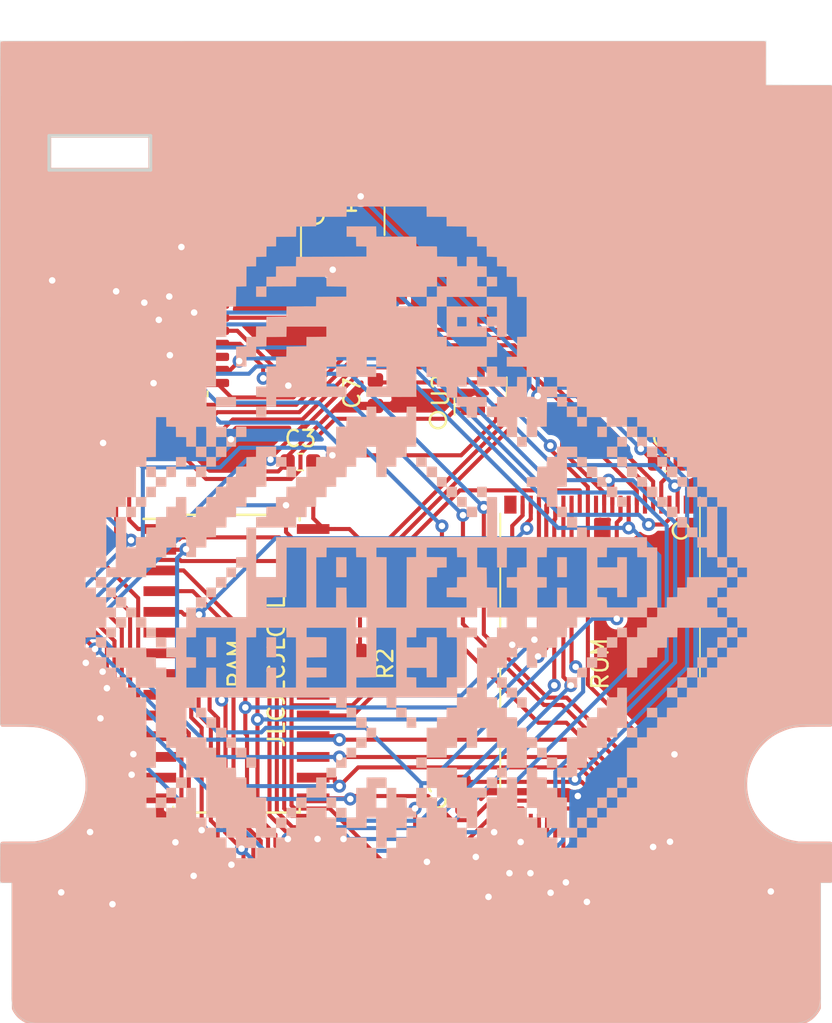
<source format=kicad_pcb>
(kicad_pcb (version 20171130) (host pcbnew "(5.1.5)-3")
  (layers (0 F.Cu signal) (31 B.Cu signal) (34 B.Paste user) (35 F.Paste user) (36 B.SilkS user) (37 F.SilkS user) (38 B.Mask user) (39 F.Mask user) (44 Edge.Cuts user))
  (net 0 "")
  (net 1 GND)
  (net 2 "Net-(R3-Pad2)")
  (net 3 "Net-(B1-Pad1)")
  (net 4 "Net-(C5-Pad2)")
  (net 5 "Net-(U2-Pad5)")
  (net 6 "Net-(U4-Pad13)")
  (net 7 "Net-(U4-Pad42)")
  (net 8 VCC)
  (net 9 XIN)
  (net 10 PWR)
  (net 11 AA14)
  (net 12 A12)
  (net 13 A7)
  (net 14 A6)
  (net 15 A5)
  (net 16 A4)
  (net 17 A3)
  (net 18 A2)
  (net 19 A1)
  (net 20 A0)
  (net 21 D0)
  (net 22 D1)
  (net 23 D2)
  (net 24 D3)
  (net 25 D4)
  (net 26 D5)
  (net 27 D6)
  (net 28 D7)
  (net 29 "#CE")
  (net 30 A10)
  (net 31 \RD)
  (net 32 A11)
  (net 33 A9)
  (net 34 A8)
  (net 35 AA13)
  (net 36 \WR)
  (net 37 XOUT)
  (net 38 CLK)
  (net 39 CS)
  (net 40 A13)
  (net 41 A14)
  (net 42 A15)
  (net 43 RESET)
  (net 44 \RST)
  (net 45 \RAMCS)
  (net 46 RA14)
  (net 47 RA15)
  (net 48 RA16)
  (net 49 RA17)
  (net 50 RA18)
  (net 51 RA19)
  (net 52 RA20)
  (net 53 RA21)
  (net 54 WE_AUDIO)
  (net 55 "Net-(U1-Pad5)")
  (module Custom:Resonator_SMD_muRata_CDSCB-2pin_4.5x2.0mm_HandSoldering (layer F.Cu) (at 79.1982 76.6688 270)
    (fp_text reference Y1 (at -2.49428 1.66726) (layer F.SilkS))
    (fp_text value Crystal)
    (pad 1 smd rect (at -1 0 270) (size 1 4.55) (layers F.Cu F.Paste F.Mask) (net 4 "Net-(C5-Pad2)"))
    (pad 2 smd rect (at 1 0 270) (size 1 4.55) (layers F.Cu F.Paste F.Mask) (net 9 XIN))
  )
  (module Custom:BK-6219-TR (layer F.Cu) (at 102.725 80.6348)
    (fp_text reference B1 hide)
    (fp_text value Battery_Cell)
    (pad 2 smd circle (at 0 0) (size 12.7 12.7) (layers F.Cu F.Paste F.Mask) (net 1 GND))
    (pad 1 smd rect (at -10.985 0) (size 2.79 5.08) (layers F.Cu F.Paste F.Mask) (net 3 "Net-(B1-Pad1)"))
    (pad 1 smd rect (at 10.985 0) (size 2.79 5.08) (layers F.Cu F.Paste F.Mask) (net 3 "Net-(B1-Pad1)"))
  )
  (module Custom:AM29F0XX (layer F.Cu) (at 101.681 107.97 270)
    (fp_text reference ROM (at 0 -0.00028 90) (layer F.SilkS))
    (fp_text value AM29F016)
    (pad "25 | 26" smd rect (at 9.75 5.5 270) (size 1.1 0.75) (layers F.Cu F.Paste F.Mask))
    (pad "47 | 48" smd rect (at 9.75 -5.5 270) (size 1.1 0.75) (layers F.Cu F.Paste F.Mask))
    (pad "23 | 24" smd rect (at -9.75 5.5 270) (size 1.1 0.75) (layers F.Cu F.Paste F.Mask))
    (pad "1 | 2" smd rect (at -9.75 -5.5 270) (size 1.1 0.75) (layers F.Cu F.Paste F.Mask))
    (pad 46 smd rect (at 9.75 -4.75 270) (size 1.1 0.25) (layers F.Cu F.Paste F.Mask) (net 52 RA20))
    (pad 45 smd rect (at 9.75 -4.25 270) (size 1.1 0.25) (layers F.Cu F.Paste F.Mask) (net 53 RA21))
    (pad 44 smd rect (at 9.75 -3.75 270) (size 1.1 0.25) (layers F.Cu F.Paste F.Mask) (net 54 WE_AUDIO))
    (pad 43 smd rect (at 9.75 -3.25 270) (size 1.1 0.25) (layers F.Cu F.Paste F.Mask) (net 31 \RD))
    (pad 42 smd rect (at 9.75 -2.75 270) (size 1.1 0.25) (layers F.Cu F.Paste F.Mask) (net 7 "Net-(U4-Pad42)"))
    (pad 41 smd rect (at 9.75 -2.25 270) (size 1.1 0.25) (layers F.Cu F.Paste F.Mask) (net 28 D7))
    (pad 40 smd rect (at 9.75 -1.75 270) (size 1.1 0.25) (layers F.Cu F.Paste F.Mask) (net 27 D6))
    (pad 39 smd rect (at 9.75 -1.25 270) (size 1.1 0.25) (layers F.Cu F.Paste F.Mask) (net 26 D5))
    (pad 38 smd rect (at 9.75 -0.75 270) (size 1.1 0.25) (layers F.Cu F.Paste F.Mask) (net 25 D4))
    (pad 37 smd rect (at 9.75 -0.25 270) (size 1.1 0.25) (layers F.Cu F.Paste F.Mask) (net 8 VCC))
    (pad 36 smd rect (at 9.75 0.25 270) (size 1.1 0.25) (layers F.Cu F.Paste F.Mask) (net 1 GND))
    (pad 35 smd rect (at 9.75 0.75 270) (size 1.1 0.25) (layers F.Cu F.Paste F.Mask) (net 1 GND))
    (pad 34 smd rect (at 9.75 1.25 270) (size 1.1 0.25) (layers F.Cu F.Paste F.Mask) (net 24 D3))
    (pad 33 smd rect (at 9.75 1.75 270) (size 1.1 0.25) (layers F.Cu F.Paste F.Mask) (net 23 D2))
    (pad 32 smd rect (at 9.75 2.25 270) (size 1.1 0.25) (layers F.Cu F.Paste F.Mask) (net 22 D1))
    (pad 31 smd rect (at 9.75 2.75 270) (size 1.1 0.25) (layers F.Cu F.Paste F.Mask) (net 21 D0))
    (pad 30 smd rect (at 9.75 3.25 270) (size 1.1 0.25) (layers F.Cu F.Paste F.Mask) (net 20 A0))
    (pad 29 smd rect (at 9.75 3.75 270) (size 1.1 0.25) (layers F.Cu F.Paste F.Mask) (net 19 A1))
    (pad 28 smd rect (at 9.75 4.25 270) (size 1.1 0.25) (layers F.Cu F.Paste F.Mask) (net 18 A2))
    (pad 27 smd rect (at 9.75 4.75 270) (size 1.1 0.25) (layers F.Cu F.Paste F.Mask) (net 17 A3))
    (pad 22 smd rect (at -9.75 4.75 270) (size 1.1 0.25) (layers F.Cu F.Paste F.Mask) (net 16 A4))
    (pad 21 smd rect (at -9.75 4.25 270) (size 1.1 0.25) (layers F.Cu F.Paste F.Mask) (net 15 A5))
    (pad 20 smd rect (at -9.75 3.75 270) (size 1.1 0.25) (layers F.Cu F.Paste F.Mask) (net 14 A6))
    (pad 19 smd rect (at -9.75 3.25 270) (size 1.1 0.25) (layers F.Cu F.Paste F.Mask) (net 13 A7))
    (pad 18 smd rect (at -9.75 2.75 270) (size 1.1 0.25) (layers F.Cu F.Paste F.Mask) (net 34 A8))
    (pad 17 smd rect (at -9.75 2.25 270) (size 1.1 0.25) (layers F.Cu F.Paste F.Mask) (net 33 A9))
    (pad 16 smd rect (at -9.75 1.75 270) (size 1.1 0.25) (layers F.Cu F.Paste F.Mask) (net 30 A10))
    (pad 15 smd rect (at -9.75 1.25 270) (size 1.1 0.25) (layers F.Cu F.Paste F.Mask) (net 32 A11))
    (pad 14 smd rect (at -9.75 0.75 270) (size 1.1 0.25) (layers F.Cu F.Paste F.Mask) (net 43 RESET))
    (pad 13 smd rect (at -9.75 0.25 270) (size 1.1 0.25) (layers F.Cu F.Paste F.Mask) (net 6 "Net-(U4-Pad13)"))
    (pad 12 smd rect (at -9.75 -0.25 270) (size 1.1 0.25) (layers F.Cu F.Paste F.Mask) (net 8 VCC))
    (pad 11 smd rect (at -9.75 -0.75 270) (size 1.1 0.25) (layers F.Cu F.Paste F.Mask) (net 42 A15))
    (pad 10 smd rect (at -9.75 -1.25 270) (size 1.1 0.25) (layers F.Cu F.Paste F.Mask) (net 12 A12))
    (pad 9 smd rect (at -9.75 -1.75 270) (size 1.1 0.25) (layers F.Cu F.Paste F.Mask) (net 40 A13))
    (pad 8 smd rect (at -9.75 -2.25 270) (size 1.1 0.25) (layers F.Cu F.Paste F.Mask) (net 46 RA14))
    (pad 7 smd rect (at -9.75 -2.75 270) (size 1.1 0.25) (layers F.Cu F.Paste F.Mask) (net 47 RA15))
    (pad 6 smd rect (at -9.75 -3.25 270) (size 1.1 0.25) (layers F.Cu F.Paste F.Mask) (net 48 RA16))
    (pad 5 smd rect (at -9.75 -3.75 270) (size 1.1 0.25) (layers F.Cu F.Paste F.Mask) (net 49 RA17))
    (pad 4 smd rect (at -9.75 -4.25 270) (size 1.1 0.25) (layers F.Cu F.Paste F.Mask) (net 50 RA18))
    (pad 3 smd rect (at -9.75 -4.75 270) (size 1.1 0.25) (layers F.Cu F.Paste F.Mask) (net 51 RA19))
  )
  (module Custom:cc4 (layer B.Cu) (at 90.412581 99.90646 180)
    (fp_text reference G*** hide)
    (fp_text value LOGO hide)
  )
  (module Package_SO:SOIC-8_3.9x4.9mm_P1.27mm (layer F.Cu) (at 85.9053 79.7484 90)
    (fp_text reference U1 (at 0 0 180) (layer F.SilkS))
    (fp_text value BA6129AF)
    (pad 1 smd roundrect (at -2.475 -1.905 90) (size 1.95 0.6) (layers F.Cu F.Paste F.Mask) (net 1 GND))
    (pad 2 smd roundrect (at -2.475 -0.635 90) (size 1.95 0.6) (layers F.Cu F.Paste F.Mask) (net 43 RESET))
    (pad 3 smd roundrect (at -2.475 0.635 90) (size 1.95 0.6) (layers F.Cu F.Paste F.Mask) (net 44 \RST))
    (pad 4 smd roundrect (at -2.475 1.905 90) (size 1.95 0.6) (layers F.Cu F.Paste F.Mask) (net 2 "Net-(R3-Pad2)"))
    (pad 5 smd roundrect (at 2.475 1.905 90) (size 1.95 0.6) (layers F.Cu F.Paste F.Mask) (net 5 "Net-(U2-Pad5)"))
    (pad 6 smd roundrect (at 2.475 0.635 90) (size 1.95 0.6) (layers F.Cu F.Paste F.Mask) (net 10 PWR))
    (pad 7 smd roundrect (at 2.475 -0.635 90) (size 1.95 0.6) (layers F.Cu F.Paste F.Mask) (net 1 GND))
    (pad 8 smd roundrect (at 2.475 -1.905 90) (size 1.95 0.6) (layers F.Cu F.Paste F.Mask) (net 8 VCC))
  )
  (module Custom:GBBus (layer F.Cu) (at 66.2462 123.42)
    (fp_text reference U0 hide)
    (fp_text value CartBus hide)
    (pad 1 smd rect (at 0.7 3 180) (size 1.4 6) (layers F.Cu F.Paste F.Mask) (net 8 VCC))
    (pad 2 smd rect (at 2.4 3) (size 1 6) (layers F.Cu F.Paste F.Mask) (net 38 CLK))
    (pad 4 smd rect (at 5.4 3 180) (size 1 6) (layers F.Cu F.Paste F.Mask) (net 31 \RD))
    (pad 5 smd rect (at 6.9 3) (size 1 6) (layers F.Cu F.Paste F.Mask) (net 39 CS))
    (pad 6 smd rect (at 8.4 3) (size 1 6) (layers F.Cu F.Paste F.Mask) (net 20 A0))
    (pad 7 smd rect (at 9.9 3) (size 1 6) (layers F.Cu F.Paste F.Mask) (net 19 A1))
    (pad 8 smd rect (at 11.4 3) (size 1 6) (layers F.Cu F.Paste F.Mask) (net 18 A2))
    (pad 9 smd rect (at 12.9 3) (size 1 6) (layers F.Cu F.Paste F.Mask) (net 17 A3))
    (pad 10 smd rect (at 14.4 3) (size 1 6) (layers F.Cu F.Paste F.Mask) (net 16 A4))
    (pad 11 smd rect (at 15.9 3) (size 1 6) (layers F.Cu F.Paste F.Mask) (net 15 A5))
    (pad 12 smd rect (at 17.4 3) (size 1 6) (layers F.Cu F.Paste F.Mask) (net 14 A6))
    (pad 13 smd rect (at 18.9 3) (size 1 6) (layers F.Cu F.Paste F.Mask) (net 13 A7))
    (pad 14 smd rect (at 20.4 3) (size 1 6) (layers F.Cu F.Paste F.Mask) (net 34 A8))
    (pad 15 smd rect (at 21.9 3) (size 1 6) (layers F.Cu F.Paste F.Mask) (net 33 A9))
    (pad 16 smd rect (at 23.4 3) (size 1 6) (layers F.Cu F.Paste F.Mask) (net 30 A10))
    (pad 17 smd rect (at 24.9 3) (size 1 6) (layers F.Cu F.Paste F.Mask) (net 32 A11))
    (pad 18 smd rect (at 26.4 3) (size 1 6) (layers F.Cu F.Paste F.Mask) (net 12 A12))
    (pad 19 smd rect (at 27.9 3) (size 1 6) (layers F.Cu F.Paste F.Mask) (net 40 A13))
    (pad 20 smd rect (at 29.4 3) (size 1 6) (layers F.Cu F.Paste F.Mask) (net 41 A14))
    (pad 21 smd rect (at 30.9 3) (size 1 6) (layers F.Cu F.Paste F.Mask) (net 42 A15))
    (pad 3 smd rect (at 3.9 3 180) (size 1 6) (layers F.Cu F.Paste F.Mask) (net 36 \WR))
    (pad 22 smd rect (at 32.4 3) (size 1 6) (layers F.Cu F.Paste F.Mask) (net 21 D0))
    (pad 23 smd rect (at 33.9 3) (size 1 6) (layers F.Cu F.Paste F.Mask) (net 22 D1))
    (pad 24 smd rect (at 35.4 3) (size 1 6) (layers F.Cu F.Paste F.Mask) (net 23 D2))
    (pad 25 smd rect (at 36.9 3) (size 1 6) (layers F.Cu F.Paste F.Mask) (net 24 D3))
    (pad 26 smd rect (at 38.4 3) (size 1 6) (layers F.Cu F.Paste F.Mask) (net 25 D4))
    (pad 27 smd rect (at 39.9 3) (size 1 6) (layers F.Cu F.Paste F.Mask) (net 26 D5))
    (pad 28 smd rect (at 41.4 3) (size 1 6) (layers F.Cu F.Paste F.Mask) (net 27 D6))
    (pad 29 smd rect (at 42.9 3) (size 1 6) (layers F.Cu F.Paste F.Mask) (net 28 D7))
    (pad 30 smd rect (at 44.4 3) (size 1 6) (layers F.Cu F.Paste F.Mask) (net 43 RESET))
    (pad 31 smd rect (at 45.9 3) (size 1 6) (layers F.Cu F.Paste F.Mask) (net 54 WE_AUDIO))
    (pad 32 smd rect (at 47.6 3 180) (size 1.4 6) (layers F.Cu F.Paste F.Mask) (net 1 GND))
  )
  (module Capacitor_SMD:C_0603_1608Metric (layer F.Cu) (at 105.834 95.664 180)
    (fp_text reference C1 (at 0.051 1.524 180) (layer F.SilkS))
    (fp_text value "0.1 uF")
    (pad 2 smd roundrect (at 0.7875 0 180) (size 0.875 0.95) (layers F.Cu F.Paste F.Mask) (net 8 VCC))
    (pad 1 smd roundrect (at -0.7875 0 180) (size 0.875 0.95) (layers F.Cu F.Paste F.Mask) (net 1 GND))
  )
  (module Capacitor_SMD:C_0603_1608Metric (layer F.Cu) (at 93.2764 116.002 270)
    (fp_text reference C2 (at 0 1.524 90) (layer F.SilkS))
    (fp_text value "0.1 uF")
    (pad 2 smd roundrect (at 0.7875 0 270) (size 0.875 0.95) (layers F.Cu F.Paste F.Mask) (net 1 GND))
    (pad 1 smd roundrect (at -0.7875 0 270) (size 0.875 0.95) (layers F.Cu F.Paste F.Mask) (net 8 VCC))
  )
  (module Capacitor_SMD:C_0603_1608Metric (layer F.Cu) (at 83.312 95.6081)
    (fp_text reference C3 (at 0 -1.43) (layer F.SilkS))
    (fp_text value "0.1 uF")
    (pad 1 smd roundrect (at -0.7875 0) (size 0.875 0.95) (layers F.Cu F.Paste F.Mask) (net 1 GND))
    (pad 2 smd roundrect (at 0.7875 0) (size 0.875 0.95) (layers F.Cu F.Paste F.Mask) (net 8 VCC))
  )
  (module Capacitor_SMD:C_0603_1608Metric (layer F.Cu) (at 77.7265 80.5231 270)
    (fp_text reference C4 (at 0 9.012661 270) (layer F.SilkS))
    (fp_text value "15 pF")
    (pad 1 smd roundrect (at -0.7875 0 270) (size 0.875 0.95) (layers F.Cu F.Paste F.Mask) (net 9 XIN))
    (pad 2 smd roundrect (at 0.7875 0 270) (size 0.875 0.95) (layers F.Cu F.Paste F.Mask) (net 1 GND))
  )
  (module Capacitor_SMD:C_0603_1608Metric (layer F.Cu) (at 79.5122 80.5231 90)
    (fp_text reference C5 (at 0 -9.008281 90) (layer F.SilkS))
    (fp_text value "15 pF")
    (pad 2 smd roundrect (at 0.7875 0 90) (size 0.875 0.95) (layers F.Cu F.Paste F.Mask) (net 4 "Net-(C5-Pad2)"))
    (pad 1 smd roundrect (at -0.7875 0 90) (size 0.875 0.95) (layers F.Cu F.Paste F.Mask) (net 1 GND))
  )
  (module Capacitor_SMD:C_0603_1608Metric (layer F.Cu) (at 87.9094 91.3816 90)
    (fp_text reference C7 (at 0 -1.43 90) (layer F.SilkS))
    (fp_text value "0.1 uF")
    (pad 2 smd roundrect (at 0.7875 0 90) (size 0.875 0.95) (layers F.Cu F.Paste F.Mask) (net 8 VCC))
    (pad 1 smd roundrect (at -0.7875 0 90) (size 0.875 0.95) (layers F.Cu F.Paste F.Mask) (net 1 GND))
  )
  (module Resistor_SMD:R_0603_1608Metric (layer F.Cu) (at 81.3022 80.5231 90)
    (fp_text reference R1 (at 0 -9.008281 90) (layer F.SilkS))
    (fp_text value 300Kohm)
    (pad 1 smd roundrect (at -0.7875 0 90) (size 0.875 0.95) (layers F.Cu F.Paste F.Mask) (net 37 XOUT))
    (pad 2 smd roundrect (at 0.7875 0 90) (size 0.875 0.95) (layers F.Cu F.Paste F.Mask) (net 4 "Net-(C5-Pad2)"))
  )
  (module Resistor_SMD:R_0603_1608Metric (layer F.Cu) (at 86.9594 107.97 90)
    (fp_text reference R2 (at 0 1.524 90) (layer F.SilkS))
    (fp_text value "10 Kohm")
    (pad 2 smd roundrect (at 0.7875 0 90) (size 0.875 0.95) (layers F.Cu F.Paste F.Mask) (net 8 VCC))
    (pad 1 smd roundrect (at -0.7875 0 90) (size 0.875 0.95) (layers F.Cu F.Paste F.Mask) (net 29 "#CE"))
  )
  (module Resistor_SMD:R_0603_1608Metric (layer F.Cu) (at 88.6155 85.471 180)
    (fp_text reference R3 (at 0 -1.43) (layer F.SilkS))
    (fp_text value "1 Kohm")
    (pad 1 smd roundrect (at -0.7875 0 180) (size 0.875 0.95) (layers F.Cu F.Paste F.Mask) (net 3 "Net-(B1-Pad1)"))
    (pad 2 smd roundrect (at 0.7875 0 180) (size 0.875 0.95) (layers F.Cu F.Paste F.Mask) (net 2 "Net-(R3-Pad2)"))
  )
  (module Package_SO:SOIC-28W_7.5x17.9mm_P1.27mm (layer F.Cu) (at 79.3904 107.97)
    (fp_text reference RAM (at -0.0002 -0.0002 90) (layer F.SilkS))
    (fp_text value FM18W08)
    (pad 1 smd rect (at -4.7 -8.255) (size 2 0.6) (layers F.Cu F.Paste F.Mask) (net 11 AA14))
    (pad 2 smd rect (at -4.7 -6.985) (size 2 0.6) (layers F.Cu F.Paste F.Mask) (net 12 A12))
    (pad 3 smd rect (at -4.7 -5.715) (size 2 0.6) (layers F.Cu F.Paste F.Mask) (net 13 A7))
    (pad 4 smd rect (at -4.7 -4.445) (size 2 0.6) (layers F.Cu F.Paste F.Mask) (net 14 A6))
    (pad 5 smd rect (at -4.7 -3.175) (size 2 0.6) (layers F.Cu F.Paste F.Mask) (net 15 A5))
    (pad 6 smd rect (at -4.7 -1.905) (size 2 0.6) (layers F.Cu F.Paste F.Mask) (net 16 A4))
    (pad 7 smd rect (at -4.7 -0.635) (size 2 0.6) (layers F.Cu F.Paste F.Mask) (net 17 A3))
    (pad 8 smd rect (at -4.7 0.635) (size 2 0.6) (layers F.Cu F.Paste F.Mask) (net 18 A2))
    (pad 9 smd rect (at -4.7 1.905) (size 2 0.6) (layers F.Cu F.Paste F.Mask) (net 19 A1))
    (pad 10 smd rect (at -4.7 3.175) (size 2 0.6) (layers F.Cu F.Paste F.Mask) (net 20 A0))
    (pad 11 smd rect (at -4.7 4.445) (size 2 0.6) (layers F.Cu F.Paste F.Mask) (net 21 D0))
    (pad 12 smd rect (at -4.7 5.715) (size 2 0.6) (layers F.Cu F.Paste F.Mask) (net 22 D1))
    (pad 13 smd rect (at -4.7 6.985) (size 2 0.6) (layers F.Cu F.Paste F.Mask) (net 23 D2))
    (pad 14 smd rect (at -4.7 8.255) (size 2 0.6) (layers F.Cu F.Paste F.Mask) (net 1 GND))
    (pad 15 smd rect (at 4.7 8.255) (size 2 0.6) (layers F.Cu F.Paste F.Mask) (net 24 D3))
    (pad 16 smd rect (at 4.7 6.985) (size 2 0.6) (layers F.Cu F.Paste F.Mask) (net 25 D4))
    (pad 17 smd rect (at 4.7 5.715) (size 2 0.6) (layers F.Cu F.Paste F.Mask) (net 26 D5))
    (pad 18 smd rect (at 4.7 4.445) (size 2 0.6) (layers F.Cu F.Paste F.Mask) (net 27 D6))
    (pad 19 smd rect (at 4.7 3.175) (size 2 0.6) (layers F.Cu F.Paste F.Mask) (net 28 D7))
    (pad 20 smd rect (at 4.7 1.905) (size 2 0.6) (layers F.Cu F.Paste F.Mask) (net 29 "#CE"))
    (pad 21 smd rect (at 4.7 0.635) (size 2 0.6) (layers F.Cu F.Paste F.Mask) (net 30 A10))
    (pad 22 smd rect (at 4.7 -0.635) (size 2 0.6) (layers F.Cu F.Paste F.Mask) (net 31 \RD))
    (pad 23 smd rect (at 4.7 -1.905) (size 2 0.6) (layers F.Cu F.Paste F.Mask) (net 32 A11))
    (pad 24 smd rect (at 4.7 -3.175) (size 2 0.6) (layers F.Cu F.Paste F.Mask) (net 33 A9))
    (pad 25 smd rect (at 4.7 -4.445) (size 2 0.6) (layers F.Cu F.Paste F.Mask) (net 34 A8))
    (pad 26 smd rect (at 4.7 -5.715) (size 2 0.6) (layers F.Cu F.Paste F.Mask) (net 35 AA13))
    (pad 27 smd rect (at 4.7 -6.985) (size 2 0.6) (layers F.Cu F.Paste F.Mask) (net 36 \WR))
    (pad 28 smd rect (at 4.7 -8.255) (size 2 0.6) (layers F.Cu F.Paste F.Mask) (net 8 VCC))
  )
  (module Capacitor_SMD:C_0603_1608Metric (layer F.Cu) (at 67.0154 85.8368 90)
    (fp_text reference C6 (at 2.45876 -0.00004 90) (layer F.SilkS))
    (fp_text value "0.1 uF")
    (pad 1 smd roundrect (at -0.7875 0 90) (size 0.875 0.95) (layers F.Cu F.Paste F.Mask) (net 10 PWR))
    (pad 2 smd roundrect (at 0.7875 0 90) (size 0.875 0.95) (layers F.Cu F.Paste F.Mask) (net 1 GND))
  )
  (module Package_QFP:LQFP-32_7x7mm_P0.8mm (layer F.Cu) (at 74.0131 87.9627 90)
    (fp_text reference MBC30 (at 0 0 180) (layer F.SilkS))
    (fp_text value MBC30)
    (pad 1 smd roundrect (at -4.175 -2.8 90) (size 1.5 0.5) (layers F.Cu F.Paste F.Mask) (net 38 CLK))
    (pad 2 smd roundrect (at -4.175 -2 90) (size 1.5 0.5) (layers F.Cu F.Paste F.Mask) (net 35 AA13))
    (pad 3 smd roundrect (at -4.175 -1.2 90) (size 1.5 0.5) (layers F.Cu F.Paste F.Mask) (net 11 AA14))
    (pad 4 smd roundrect (at -4.175 -0.4 90) (size 1.5 0.5) (layers F.Cu F.Paste F.Mask) (net 45 \RAMCS))
    (pad 5 smd roundrect (at -4.175 0.4 90) (size 1.5 0.5) (layers F.Cu F.Paste F.Mask) (net 55 "Net-(U1-Pad5)"))
    (pad 6 smd roundrect (at -4.175 1.2 90) (size 1.5 0.5) (layers F.Cu F.Paste F.Mask) (net 46 RA14))
    (pad 7 smd roundrect (at -4.175 2 90) (size 1.5 0.5) (layers F.Cu F.Paste F.Mask) (net 47 RA15))
    (pad 8 smd roundrect (at -4.175 2.8 90) (size 1.5 0.5) (layers F.Cu F.Paste F.Mask) (net 48 RA16))
    (pad 9 smd roundrect (at -2.8 4.175 90) (size 0.5 1.5) (layers F.Cu F.Paste F.Mask) (net 49 RA17))
    (pad 10 smd roundrect (at -2 4.175 90) (size 0.5 1.5) (layers F.Cu F.Paste F.Mask) (net 50 RA18))
    (pad 11 smd roundrect (at -1.2 4.175 90) (size 0.5 1.5) (layers F.Cu F.Paste F.Mask) (net 51 RA19))
    (pad 12 smd roundrect (at -0.4 4.175 90) (size 0.5 1.5) (layers F.Cu F.Paste F.Mask) (net 52 RA20))
    (pad 13 smd roundrect (at 0.4 4.175 90) (size 0.5 1.5) (layers F.Cu F.Paste F.Mask) (net 53 RA21))
    (pad 14 smd roundrect (at 1.2 4.175 90) (size 0.5 1.5) (layers F.Cu F.Paste F.Mask) (net 44 \RST))
    (pad 15 smd roundrect (at 2 4.175 90) (size 0.5 1.5) (layers F.Cu F.Paste F.Mask) (net 36 \WR))
    (pad 16 smd roundrect (at 2.8 4.175 90) (size 0.5 1.5) (layers F.Cu F.Paste F.Mask) (net 9 XIN))
    (pad 17 smd roundrect (at 4.175 2.8 90) (size 1.5 0.5) (layers F.Cu F.Paste F.Mask) (net 37 XOUT))
    (pad 18 smd roundrect (at 4.175 2 90) (size 1.5 0.5) (layers F.Cu F.Paste F.Mask) (net 31 \RD))
    (pad 19 smd roundrect (at 4.175 1.2 90) (size 1.5 0.5) (layers F.Cu F.Paste F.Mask) (net 42 A15))
    (pad 20 smd roundrect (at 4.175 0.4 90) (size 1.5 0.5) (layers F.Cu F.Paste F.Mask) (net 41 A14))
    (pad 21 smd roundrect (at 4.175 -0.4 90) (size 1.5 0.5) (layers F.Cu F.Paste F.Mask) (net 40 A13))
    (pad 22 smd roundrect (at 4.175 -1.2 90) (size 1.5 0.5) (layers F.Cu F.Paste F.Mask) (net 1 GND))
    (pad 23 smd roundrect (at 4.175 -2 90) (size 1.5 0.5) (layers F.Cu F.Paste F.Mask) (net 1 GND))
    (pad 24 smd roundrect (at 4.175 -2.8 90) (size 1.5 0.5) (layers F.Cu F.Paste F.Mask) (net 10 PWR))
    (pad 25 smd roundrect (at 2.8 -4.175 90) (size 0.5 1.5) (layers F.Cu F.Paste F.Mask) (net 28 D7))
    (pad 26 smd roundrect (at 2 -4.175 90) (size 0.5 1.5) (layers F.Cu F.Paste F.Mask) (net 27 D6))
    (pad 27 smd roundrect (at 1.2 -4.175 90) (size 0.5 1.5) (layers F.Cu F.Paste F.Mask) (net 26 D5))
    (pad 28 smd roundrect (at 0.4 -4.175 90) (size 0.5 1.5) (layers F.Cu F.Paste F.Mask) (net 25 D4))
    (pad 29 smd roundrect (at -0.4 -4.175 90) (size 0.5 1.5) (layers F.Cu F.Paste F.Mask) (net 24 D3))
    (pad 30 smd roundrect (at -1.2 -4.175 90) (size 0.5 1.5) (layers F.Cu F.Paste F.Mask) (net 23 D2))
    (pad 31 smd roundrect (at -2 -4.175 90) (size 0.5 1.5) (layers F.Cu F.Paste F.Mask) (net 22 D1))
    (pad 32 smd roundrect (at -2.8 -4.175 90) (size 0.5 1.5) (layers F.Cu F.Paste F.Mask) (net 21 D0))
  )
  (module Package_SO:TSOP-6_1.65x3.05mm_P0.95mm (layer F.Cu) (at 94.3559 91.2165 90)
    (fp_text reference U2 (at 0 -2.45 90) (layer F.SilkS))
    (fp_text value 74LVC1G332GW,125)
    (pad 1 smd rect (at -1.16 -0.95 90) (size 0.7 0.51) (layers F.Cu F.Paste F.Mask) (net 45 \RAMCS))
    (pad 2 smd rect (at -1.16 0 90) (size 0.7 0.51) (layers F.Cu F.Paste F.Mask) (net 1 GND))
    (pad 3 smd rect (at -1.16 0.95 90) (size 0.7 0.51) (layers F.Cu F.Paste F.Mask) (net 38 CLK))
    (pad 4 smd rect (at 1.16 0.95 90) (size 0.7 0.51) (layers F.Cu F.Paste F.Mask) (net 29 "#CE"))
    (pad 5 smd rect (at 1.16 0 90) (size 0.7 0.51) (layers F.Cu F.Paste F.Mask) (net 8 VCC))
    (pad 6 smd rect (at 1.16 -0.95 90) (size 0.7 0.51) (layers F.Cu F.Paste F.Mask) (net 39 CS))
  )
  (gr_text CR2025 (at 102.725 73.23074) (layer F.SilkS) (effects (font (size 1 1))))
  (gr_text "MBC30 REV 1.3.1" (at 101.48204 71.33082) (layer F.SilkS) (effects (font (size 1.5 1.5) (thickness 0.3))))
  (gr_line (start 75.89266 80.55102) (end 75.43038 81.0133) (layer F.SilkS) (width 0.15))
  (gr_line (start 75.43038 80.08874) (end 75.89266 80.55102) (layer F.SilkS) (width 0.15))
  (gr_line (start 73.53808 80.55102) (end 75.89266 80.55102) (layer F.SilkS) (width 0.15))
  (gr_circle (center 84.23148 80.5066) (end 84.69884 80.33134) (layer F.SilkS) (width 0.15))
  (gr_circle (center 91.73848 93.0402) (end 92.20584 92.86494) (layer F.SilkS) (width 0.15))
  (gr_circle (center 106.63298 99.80168) (end 107.10034 99.62642) (layer F.SilkS) (width 0.15))
  (gr_circle (center 76.7334 99.92992) (end 77.20076 99.75466) (layer F.SilkS) (width 0.15))
  (gr_circle (center 71.52386 90.4621) (end 71.99122 90.28684) (layer F.SilkS) (width 0.15))
  (gr_text JLCJLCJLCJLC (at 81.84134 107.96778 90) (layer F.SilkS) (effects (font (size 1 1))))
  (gr_line (start 74.12482 75.60204) (end 67.90182 75.60204) (layer Edge.Cuts) (width 0.2))
  (gr_line (start 74.12482 75.60204) (end 74.12482 77.7088) (layer Edge.Cuts) (width 0.2))
  (gr_line (start 67.90182 77.7088) (end 74.12482 77.7088) (layer Edge.Cuts) (width 0.2))
  (gr_line (start 67.90182 75.60204) (end 67.90182 77.7088) (layer Edge.Cuts) (width 0.2))
  (gr_arc (start 66.61622 115.35556) (end 66.61622 119.00552) (angle -180) (layer Edge.Cuts) (width 0.0254))
  (gr_line (start 66.6115 119.00552) (end 64.90622 119.00556) (layer Edge.Cuts) (width 0.0254))
  (gr_line (start 64.90622 119.00556) (end 64.90622 121.402) (layer Edge.Cuts) (width 0.0254))
  (gr_line (start 64.90622 111.7056) (end 66.6115 111.70556) (layer Edge.Cuts) (width 0.0254))
  (gr_line (start 115.90622 121.402) (end 115.90622 119.00556) (layer Edge.Cuts) (width 0.0254))
  (gr_line (start 115.90622 119.00556) (end 114.20094 119.00556) (layer Edge.Cuts) (width 0.0254))
  (gr_line (start 114.20094 111.70564) (end 115.90622 111.7056) (layer Edge.Cuts) (width 0.0254))
  (gr_arc (start 114.20094 115.3556) (end 114.20094 111.70564) (angle -180) (layer Edge.Cuts) (width 0.0254))
  (gr_line (start 115.90622 72.502) (end 111.85622 72.502) (layer Edge.Cuts) (width 0.0254))
  (gr_arc (start 113.62535 128.427) (end 115.20622 128.362) (angle 86.88278645) (layer Edge.Cuts) (width 0.0254))
  (gr_arc (start 67.13122 128.47668) (end 67.14622 130.002) (angle 91.86616649) (layer Edge.Cuts) (width 0.0254))
  (gr_line (start 111.85622 69.802) (end 64.90622 69.802) (layer Edge.Cuts) (width 0.0254))
  (gr_line (start 115.20622 128.362) (end 115.20622 121.402) (layer Edge.Cuts) (width 0.0254))
  (gr_line (start 115.20622 121.402) (end 115.90622 121.402) (layer Edge.Cuts) (width 0.0254))
  (gr_line (start 65.60622 121.402) (end 65.60622 128.442) (layer Edge.Cuts) (width 0.0254))
  (gr_line (start 67.14622 130.002) (end 113.77622 130.002) (layer Edge.Cuts) (width 0.0254))
  (gr_line (start 64.90622 69.802) (end 64.90622 111.7056) (layer Edge.Cuts) (width 0.0254))
  (gr_line (start 111.85622 72.502) (end 111.85622 69.802) (layer Edge.Cuts) (width 0.0254))
  (gr_line (start 115.90622 111.7056) (end 115.90622 72.502) (layer Edge.Cuts) (width 0.0254))
  (gr_line (start 64.90622 121.402) (end 65.60622 121.402) (layer Edge.Cuts) (width 0.0254))
  (gr_line (start 91.16944 119.54984) (end 91.14944 119.54984) (layer F.SilkS) (width 0.01))
  (segment (start 82.5245 95.6081) (end 81.9478 96.1848) (width 0.25) (layer F.Cu) (net 1))
  (segment (start 81.9478 96.1848) (end 81.0233 96.1848) (width 0.25) (layer F.Cu) (net 1))
  (segment (start 81.0233 96.1848) (end 79.0485 94.21) (width 0.25) (layer F.Cu) (net 1))
  (segment (start 97.3324 86.0274) (end 102.725 80.6348) (width 0.25) (layer F.Cu) (net 1))
  (segment (start 85.2468 80.5231) (end 87.7597 80.5231) (width 0.25) (layer F.Cu) (net 1))
  (segment (start 87.7597 80.5231) (end 88.6155 81.3789) (width 0.25) (layer F.Cu) (net 1))
  (segment (start 88.6155 81.3789) (end 88.6155 85.9334) (width 0.25) (layer F.Cu) (net 1))
  (segment (start 88.6155 85.9334) (end 88.9634 86.2813) (width 0.25) (layer F.Cu) (net 1))
  (segment (start 88.9634 86.2813) (end 97.0785 86.2813) (width 0.25) (layer F.Cu) (net 1))
  (segment (start 97.0785 86.2813) (end 97.3324 86.0274) (width 0.25) (layer F.Cu) (net 1))
  (segment (start 106.6215 95.3165) (end 106.6215 95.664) (width 0.25) (layer F.Cu) (net 1))
  (segment (start 85.2468 80.5231) (end 85.2468 79.4028) (width 0.25) (layer F.Cu) (net 1))
  (segment (start 85.2468 79.4028) (end 84.4184 78.5744) (width 0.25) (layer F.Cu) (net 1))
  (segment (start 84.0003 82.2234) (end 84.0003 81.7696) (width 0.25) (layer F.Cu) (net 1))
  (segment (start 76.145 81.3106) (end 74.6954 81.3106) (width 0.25) (layer F.Cu) (net 1))
  (segment (start 72.8131 83.1929) (end 72.8131 83.7877) (width 0.25) (layer F.Cu) (net 1))
  (segment (start 77.7265 81.3106) (end 76.145 81.3106) (width 0.25) (layer F.Cu) (net 1))
  (segment (start 76.145 81.3106) (end 76.145 75.4782) (width 0.25) (layer F.Cu) (net 1))
  (segment (start 76.145 75.4782) (end 76.7798 74.8434) (width 0.25) (layer F.Cu) (net 1))
  (segment (start 76.7798 74.8434) (end 81.6216 74.8434) (width 0.25) (layer F.Cu) (net 1))
  (segment (start 81.6216 74.8434) (end 82.6523 75.8741) (width 0.25) (layer F.Cu) (net 1))
  (segment (start 82.6523 75.8741) (end 82.6523 77.5908) (width 0.25) (layer F.Cu) (net 1))
  (segment (start 82.6523 77.5908) (end 83.6359 78.5744) (width 0.25) (layer F.Cu) (net 1))
  (segment (start 83.6359 78.5744) (end 84.4184 78.5744) (width 0.25) (layer F.Cu) (net 1))
  (segment (start 85.2703 77.7225) (end 85.2703 77.2734) (width 0.25) (layer F.Cu) (net 1))
  (segment (start 77.7265 81.3106) (end 79.5122 81.3106) (width 0.25) (layer F.Cu) (net 1))
  (segment (start 71.1993 85.9582) (end 71.1993 86.6307) (width 0.25) (layer B.Cu) (net 1))
  (segment (start 71.1993 86.6307) (end 78.7786 94.21) (width 0.25) (layer B.Cu) (net 1))
  (segment (start 78.7786 94.21) (end 79.0485 94.21) (width 0.25) (layer B.Cu) (net 1))
  (segment (start 106.2396 113.5277) (end 107.8926 111.8747) (width 0.25) (layer F.Cu) (net 1))
  (segment (start 107.8926 111.8747) (end 107.8926 96.9351) (width 0.25) (layer F.Cu) (net 1))
  (segment (start 113.8462 123.0947) (end 113.8462 121.1343) (width 0.25) (layer F.Cu) (net 1))
  (segment (start 113.8462 121.1343) (end 106.2396 113.5277) (width 0.25) (layer F.Cu) (net 1))
  (segment (start 106.2396 113.5277) (end 103.6851 116.0822) (width 0.25) (layer B.Cu) (net 1))
  (segment (start 103.6851 116.0822) (end 100.3152 116.0822) (width 0.25) (layer B.Cu) (net 1))
  (segment (start 100.3152 116.0822) (end 100.1485 115.9155) (width 0.25) (layer F.Cu) (net 1))
  (segment (start 100.1485 115.9155) (end 94.1504 115.9155) (width 0.25) (layer F.Cu) (net 1))
  (segment (start 94.1504 115.9155) (end 93.2764 116.7895) (width 0.25) (layer F.Cu) (net 1))
  (segment (start 100.931 117.72) (end 100.931 116.698) (width 0.25) (layer F.Cu) (net 1))
  (segment (start 100.931 116.698) (end 100.3152 116.0822) (width 0.25) (layer F.Cu) (net 1))
  (segment (start 72.0131 85.1444) (end 71.1993 85.9582) (width 0.25) (layer B.Cu) (net 1))
  (segment (start 71.1993 85.9582) (end 69.575 85.9582) (width 0.25) (layer B.Cu) (net 1))
  (segment (start 69.575 85.9582) (end 68.0923 84.4755) (width 0.25) (layer B.Cu) (net 1))
  (segment (start 72.0131 85.1444) (end 72.0131 83.7877) (width 0.25) (layer F.Cu) (net 1))
  (segment (start 67.0154 85.0493) (end 67.5185 85.0493) (width 0.25) (layer F.Cu) (net 1))
  (segment (start 67.5185 85.0493) (end 68.0923 84.4755) (width 0.25) (layer F.Cu) (net 1))
  (segment (start 67.0154 85.0493) (end 65.9706 86.0941) (width 0.25) (layer F.Cu) (net 1))
  (segment (start 65.9706 86.0941) (end 65.9706 105.0775) (width 0.25) (layer F.Cu) (net 1))
  (segment (start 65.9706 105.0775) (end 71.8311 110.938) (width 0.25) (layer F.Cu) (net 1))
  (segment (start 71.8311 110.938) (end 71.8311 114.691) (width 0.25) (layer F.Cu) (net 1))
  (segment (start 71.8311 114.691) (end 73.3651 116.225) (width 0.25) (layer F.Cu) (net 1))
  (segment (start 100.931 117.72) (end 101.431 117.72) (width 0.25) (layer F.Cu) (net 1))
  (segment (start 87.9094 92.1691) (end 85.6019 92.1691) (width 0.25) (layer F.Cu) (net 1))
  (segment (start 85.6019 92.1691) (end 82.5245 95.2465) (width 0.25) (layer F.Cu) (net 1))
  (segment (start 82.5245 95.2465) (end 82.5245 95.6081) (width 0.25) (layer F.Cu) (net 1))
  (segment (start 94.3559 91.8138) (end 94.2433 91.7012) (width 0.25) (layer F.Cu) (net 1))
  (segment (start 74.6904 116.225) (end 73.3651 116.225) (width 0.25) (layer F.Cu) (net 1))
  (segment (start 94.3559 92.3765) (end 94.3559 91.8138) (width 0.25) (layer F.Cu) (net 1))
  (segment (start 113.8462 126.42) (end 113.8462 123.0947) (width 0.25) (layer F.Cu) (net 1))
  (via (at 100.3152 116.0822) (size 0.8) (layers F.Cu B.Cu) (net 1))
  (via (at 106.2396 113.5277) (size 0.8) (layers F.Cu B.Cu) (net 1))
  (via (at 72.0131 85.1444) (size 0.8) (layers F.Cu B.Cu) (net 1))
  (via (at 79.0485 94.21) (size 0.8) (layers F.Cu B.Cu) (net 1))
  (via (at 68.0923 84.4755) (size 0.8) (layers F.Cu B.Cu) (net 1))
  (segment (start 87.828 85.471) (end 87.8103 85.4533) (width 0.25) (layer F.Cu) (net 2))
  (segment (start 87.8103 85.4533) (end 87.8103 82.2234) (width 0.25) (layer F.Cu) (net 2))
  (segment (start 92.1702 80.6348) (end 92.1702 82.7038) (width 0.25) (layer F.Cu) (net 3))
  (segment (start 92.1702 82.7038) (end 89.403 85.471) (width 0.25) (layer F.Cu) (net 3))
  (segment (start 92.1702 80.6348) (end 93.4603 80.6348) (width 0.25) (layer F.Cu) (net 3))
  (segment (start 91.74 80.6348) (end 92.1701 80.6348) (width 0.25) (layer F.Cu) (net 3))
  (segment (start 92.1701 80.6348) (end 92.1702 80.6348) (width 0.25) (layer F.Cu) (net 3))
  (segment (start 113.71 80.6348) (end 111.9897 80.6348) (width 0.25) (layer F.Cu) (net 3))
  (segment (start 111.9897 80.6348) (end 111.9897 80.4198) (width 0.25) (layer F.Cu) (net 3))
  (segment (start 111.9897 80.4198) (end 105.5058 73.9359) (width 0.25) (layer F.Cu) (net 3))
  (segment (start 105.5058 73.9359) (end 99.9442 73.9359) (width 0.25) (layer F.Cu) (net 3))
  (segment (start 99.9442 73.9359) (end 93.4603 80.4198) (width 0.25) (layer F.Cu) (net 3))
  (segment (start 93.4603 80.4198) (end 93.4603 80.6348) (width 0.25) (layer F.Cu) (net 3))
  (segment (start 81.3022 79.7356) (end 79.5122 79.7356) (width 0.25) (layer F.Cu) (net 4))
  (segment (start 81.7985 75.6688) (end 81.7985 79.2393) (width 0.25) (layer F.Cu) (net 4))
  (segment (start 81.7985 79.2393) (end 81.3022 79.7356) (width 0.25) (layer F.Cu) (net 4))
  (segment (start 79.1982 75.6688) (end 81.7985 75.6688) (width 0.25) (layer F.Cu) (net 4))
  (segment (start 97.8557 91.5612) (end 97.8557 90.1751) (width 0.25) (layer B.Cu) (net 8))
  (segment (start 97.8557 90.1751) (end 87.0041 79.3235) (width 0.25) (layer B.Cu) (net 8))
  (segment (start 97.8557 91.5612) (end 100.9437 91.5612) (width 0.25) (layer B.Cu) (net 8))
  (segment (start 100.9437 91.5612) (end 104.178 94.7955) (width 0.25) (layer B.Cu) (net 8))
  (segment (start 86.8642 78.6074) (end 87.1663 78.3053) (width 0.25) (layer F.Cu) (net 8))
  (segment (start 87.1663 78.3053) (end 87.1663 76.1445) (width 0.25) (layer F.Cu) (net 8))
  (segment (start 87.1663 76.1445) (end 84.9495 73.9277) (width 0.25) (layer F.Cu) (net 8))
  (segment (start 84.9495 73.9277) (end 76.3497 73.9277) (width 0.25) (layer F.Cu) (net 8))
  (segment (start 76.3497 73.9277) (end 74.5094 75.768) (width 0.25) (layer F.Cu) (net 8))
  (segment (start 74.5094 75.768) (end 74.5094 77.7857) (width 0.25) (layer F.Cu) (net 8))
  (segment (start 74.5094 77.7857) (end 69.8223 82.4728) (width 0.25) (layer F.Cu) (net 8))
  (segment (start 69.8223 82.4728) (end 68.3131 82.4728) (width 0.25) (layer F.Cu) (net 8))
  (segment (start 68.3131 82.4728) (end 65.5203 85.2656) (width 0.25) (layer F.Cu) (net 8))
  (segment (start 65.5203 85.2656) (end 65.5203 108.622) (width 0.25) (layer F.Cu) (net 8))
  (segment (start 65.5203 108.622) (end 70.6378 113.7395) (width 0.25) (layer F.Cu) (net 8))
  (segment (start 70.6378 113.7395) (end 70.6378 117.041) (width 0.25) (layer F.Cu) (net 8))
  (segment (start 70.6378 117.041) (end 66.9462 120.7326) (width 0.25) (layer F.Cu) (net 8))
  (segment (start 66.9462 120.7326) (end 66.9462 126.42) (width 0.25) (layer F.Cu) (net 8))
  (segment (start 84.0003 77.2734) (end 84.0003 76.8282) (width 0.25) (layer F.Cu) (net 8))
  (segment (start 84.0003 76.8282) (end 84.8604 75.9681) (width 0.25) (layer F.Cu) (net 8))
  (segment (start 84.8604 75.9681) (end 85.6565 75.9681) (width 0.25) (layer F.Cu) (net 8))
  (segment (start 85.6565 75.9681) (end 85.9053 76.2169) (width 0.25) (layer F.Cu) (net 8))
  (segment (start 85.9053 76.2169) (end 85.9053 78.2903) (width 0.25) (layer F.Cu) (net 8))
  (segment (start 85.9053 78.2903) (end 86.2224 78.6074) (width 0.25) (layer F.Cu) (net 8))
  (segment (start 86.2224 78.6074) (end 86.8642 78.6074) (width 0.25) (layer F.Cu) (net 8))
  (segment (start 87.0041 79.3235) (end 87.0041 78.7473) (width 0.25) (layer F.Cu) (net 8))
  (segment (start 87.0041 78.7473) (end 86.8642 78.6074) (width 0.25) (layer F.Cu) (net 8))
  (segment (start 104.178 94.7955) (end 105.0834 94.7955) (width 0.25) (layer B.Cu) (net 8))
  (segment (start 105.0834 94.7955) (end 107.0145 96.7266) (width 0.25) (layer B.Cu) (net 8))
  (segment (start 107.0145 96.7266) (end 107.0145 108.1776) (width 0.25) (layer B.Cu) (net 8))
  (segment (start 107.0145 108.1776) (end 100.1391 115.053) (width 0.25) (layer B.Cu) (net 8))
  (segment (start 100.1391 115.2145) (end 93.2764 115.2145) (width 0.25) (layer F.Cu) (net 8))
  (segment (start 101.931 117.72) (end 101.931 116.5954) (width 0.25) (layer F.Cu) (net 8))
  (segment (start 101.931 116.5954) (end 100.5501 115.2145) (width 0.25) (layer F.Cu) (net 8))
  (segment (start 100.5501 115.2145) (end 100.1391 115.2145) (width 0.25) (layer F.Cu) (net 8))
  (segment (start 100.1391 115.053) (end 100.1391 115.2145) (width 0.25) (layer F.Cu) (net 8))
  (segment (start 94.3559 90.0565) (end 94.3559 89.3812) (width 0.25) (layer F.Cu) (net 8))
  (segment (start 94.3559 89.3812) (end 95.8701 89.3812) (width 0.25) (layer F.Cu) (net 8))
  (segment (start 95.8701 89.3812) (end 97.8557 91.3668) (width 0.25) (layer F.Cu) (net 8))
  (segment (start 97.8557 91.3668) (end 97.8557 91.5612) (width 0.25) (layer F.Cu) (net 8))
  (segment (start 94.3559 90.3941) (end 94.3559 90.0565) (width 0.25) (layer F.Cu) (net 8))
  (segment (start 94.3559 90.3941) (end 94.3559 90.7318) (width 0.25) (layer F.Cu) (net 8))
  (segment (start 101.931 98.22) (end 101.931 97.4952) (width 0.25) (layer F.Cu) (net 8))
  (segment (start 101.931 97.4952) (end 99.3539 94.9181) (width 0.25) (layer F.Cu) (net 8))
  (segment (start 99.3539 94.9181) (end 99.3539 93.0594) (width 0.25) (layer F.Cu) (net 8))
  (segment (start 99.3539 93.0594) (end 97.8557 91.5612) (width 0.25) (layer F.Cu) (net 8))
  (segment (start 94.3559 90.7318) (end 94.787 90.7318) (width 0.25) (layer F.Cu) (net 8))
  (segment (start 94.787 90.7318) (end 95.8863 91.8311) (width 0.25) (layer F.Cu) (net 8))
  (segment (start 95.8863 91.8311) (end 95.8863 93.1524) (width 0.25) (layer F.Cu) (net 8))
  (segment (start 95.8863 93.1524) (end 88.6789 100.3598) (width 0.25) (layer F.Cu) (net 8))
  (segment (start 88.6789 100.3598) (end 86.9594 100.3598) (width 0.25) (layer F.Cu) (net 8))
  (segment (start 86.9594 100.3598) (end 86.3146 99.715) (width 0.25) (layer F.Cu) (net 8))
  (segment (start 86.3146 99.715) (end 85.4157 99.715) (width 0.25) (layer F.Cu) (net 8))
  (segment (start 86.9594 107.1825) (end 86.9594 100.3598) (width 0.25) (layer F.Cu) (net 8))
  (segment (start 94.3559 90.7318) (end 88.0471 90.7318) (width 0.25) (layer F.Cu) (net 8))
  (segment (start 88.0471 90.7318) (end 87.9094 90.5941) (width 0.25) (layer F.Cu) (net 8))
  (segment (start 84.7531 99.715) (end 84.0995 99.0614) (width 0.25) (layer F.Cu) (net 8))
  (segment (start 84.0995 99.0614) (end 84.0995 95.6081) (width 0.25) (layer F.Cu) (net 8))
  (segment (start 84.7531 99.715) (end 85.4157 99.715) (width 0.25) (layer F.Cu) (net 8))
  (segment (start 84.0904 99.715) (end 84.7531 99.715) (width 0.25) (layer F.Cu) (net 8))
  (segment (start 104.178 94.7955) (end 105.0465 95.664) (width 0.25) (layer F.Cu) (net 8))
  (via (at 87.0041 79.3235) (size 0.8) (layers F.Cu B.Cu) (net 8))
  (via (at 100.1391 115.053) (size 0.8) (layers F.Cu B.Cu) (net 8))
  (via (at 97.8557 91.5612) (size 0.8) (layers F.Cu B.Cu) (net 8))
  (via (at 104.178 94.7955) (size 0.8) (layers F.Cu B.Cu) (net 8))
  (segment (start 78.1881 85.1627) (end 78.706 85.1627) (width 0.25) (layer F.Cu) (net 9))
  (segment (start 78.706 85.1627) (end 82.1034 81.7653) (width 0.25) (layer F.Cu) (net 9))
  (segment (start 82.1034 81.7653) (end 82.1034 80.8265) (width 0.25) (layer F.Cu) (net 9))
  (segment (start 82.1034 80.8265) (end 81.8 80.5231) (width 0.25) (layer F.Cu) (net 9))
  (segment (start 81.8 80.5231) (end 78.514 80.5231) (width 0.25) (layer F.Cu) (net 9))
  (segment (start 78.514 80.5231) (end 77.7265 79.7356) (width 0.25) (layer F.Cu) (net 9))
  (segment (start 77.7265 79.7356) (end 76.5979 78.607) (width 0.25) (layer F.Cu) (net 9))
  (segment (start 76.5979 78.607) (end 76.5979 77.6688) (width 0.25) (layer F.Cu) (net 9))
  (segment (start 79.1982 77.6688) (end 76.5979 77.6688) (width 0.25) (layer F.Cu) (net 9))
  (segment (start 86.5403 77.2734) (end 86.5403 76.1554) (width 0.25) (layer F.Cu) (net 10))
  (segment (start 86.5403 76.1554) (end 84.7705 74.3856) (width 0.25) (layer F.Cu) (net 10))
  (segment (start 84.7705 74.3856) (end 76.5991 74.3856) (width 0.25) (layer F.Cu) (net 10))
  (segment (start 76.5991 74.3856) (end 75.247 75.7377) (width 0.25) (layer F.Cu) (net 10))
  (segment (start 75.247 75.7377) (end 75.247 78.4907) (width 0.25) (layer F.Cu) (net 10))
  (segment (start 75.247 78.4907) (end 71.2131 82.5246) (width 0.25) (layer F.Cu) (net 10))
  (segment (start 71.2131 82.5246) (end 71.2131 83.7877) (width 0.25) (layer F.Cu) (net 10))
  (segment (start 71.2131 83.7877) (end 69.8249 83.7877) (width 0.25) (layer F.Cu) (net 10))
  (segment (start 69.8249 83.7877) (end 67.0154 86.5972) (width 0.25) (layer F.Cu) (net 10))
  (segment (start 67.0154 86.5972) (end 67.0154 86.6243) (width 0.25) (layer F.Cu) (net 10))
  (segment (start 74.6904 99.715) (end 73.3651 99.715) (width 0.25) (layer F.Cu) (net 11))
  (segment (start 72.8131 92.1377) (end 72.8131 99.163) (width 0.25) (layer F.Cu) (net 11))
  (segment (start 72.8131 99.163) (end 73.3651 99.715) (width 0.25) (layer F.Cu) (net 11))
  (segment (start 90.7142 115.2919) (end 91.1395 115.2919) (width 0.25) (layer B.Cu) (net 12))
  (segment (start 91.1395 115.2919) (end 101.2162 105.2152) (width 0.25) (layer B.Cu) (net 12))
  (segment (start 101.2162 105.2152) (end 102.7014 105.2152) (width 0.25) (layer B.Cu) (net 12))
  (segment (start 90.3402 116.8374) (end 90.7142 116.4634) (width 0.25) (layer B.Cu) (net 12))
  (segment (start 90.7142 116.4634) (end 90.7142 115.2919) (width 0.25) (layer B.Cu) (net 12))
  (segment (start 76.2966 100.9528) (end 75.7476 101.5018) (width 0.25) (layer B.Cu) (net 12))
  (segment (start 75.7476 101.5018) (end 75.7476 109.6698) (width 0.25) (layer B.Cu) (net 12))
  (segment (start 75.7476 109.6698) (end 78.2554 112.1776) (width 0.25) (layer B.Cu) (net 12))
  (segment (start 78.2554 112.1776) (end 80.9122 112.1776) (width 0.25) (layer B.Cu) (net 12))
  (segment (start 80.9122 112.1776) (end 81.1872 111.9026) (width 0.25) (layer B.Cu) (net 12))
  (segment (start 81.1872 111.9026) (end 87.3249 111.9026) (width 0.25) (layer B.Cu) (net 12))
  (segment (start 87.3249 111.9026) (end 90.7142 115.2919) (width 0.25) (layer B.Cu) (net 12))
  (segment (start 74.6904 100.985) (end 76.2644 100.985) (width 0.25) (layer F.Cu) (net 12))
  (segment (start 76.2644 100.985) (end 76.2966 100.9528) (width 0.25) (layer F.Cu) (net 12))
  (segment (start 92.6462 123.0947) (end 90.3402 120.7887) (width 0.25) (layer F.Cu) (net 12))
  (segment (start 90.3402 120.7887) (end 90.3402 116.8374) (width 0.25) (layer F.Cu) (net 12))
  (segment (start 92.6462 126.42) (end 92.6462 123.0947) (width 0.25) (layer F.Cu) (net 12))
  (segment (start 102.931 99.0953) (end 102.7014 99.3249) (width 0.25) (layer F.Cu) (net 12))
  (segment (start 102.7014 99.3249) (end 102.7014 105.2152) (width 0.25) (layer F.Cu) (net 12))
  (segment (start 102.931 98.22) (end 102.931 99.0953) (width 0.25) (layer F.Cu) (net 12))
  (via (at 76.2966 100.9528) (size 0.8) (layers F.Cu B.Cu) (net 12))
  (via (at 90.3402 116.8374) (size 0.8) (layers F.Cu B.Cu) (net 12))
  (via (at 102.7014 105.2152) (size 0.8) (layers F.Cu B.Cu) (net 12))
  (segment (start 97.8782 107.5274) (end 98.3814 107.0242) (width 0.25) (layer F.Cu) (net 13))
  (segment (start 98.3814 107.0242) (end 98.3814 98.2696) (width 0.25) (layer F.Cu) (net 13))
  (segment (start 98.3814 98.2696) (end 98.431 98.22) (width 0.25) (layer F.Cu) (net 13))
  (segment (start 80.6772 111.3867) (end 94.0189 111.3867) (width 0.25) (layer B.Cu) (net 13))
  (segment (start 94.0189 111.3867) (end 97.8782 107.5274) (width 0.25) (layer B.Cu) (net 13))
  (segment (start 80.6772 111.3867) (end 80.6772 106.7824) (width 0.25) (layer F.Cu) (net 13))
  (segment (start 80.6772 106.7824) (end 76.1498 102.255) (width 0.25) (layer F.Cu) (net 13))
  (segment (start 76.1498 102.255) (end 76.0157 102.255) (width 0.25) (layer F.Cu) (net 13))
  (segment (start 85.1462 126.42) (end 85.1462 122.5103) (width 0.25) (layer F.Cu) (net 13))
  (segment (start 85.1462 122.5103) (end 81.7755 119.1396) (width 0.25) (layer F.Cu) (net 13))
  (segment (start 81.7755 119.1396) (end 81.7755 118.4487) (width 0.25) (layer F.Cu) (net 13))
  (segment (start 81.7755 118.4487) (end 80.6772 117.3504) (width 0.25) (layer F.Cu) (net 13))
  (segment (start 80.6772 117.3504) (end 80.6772 111.3867) (width 0.25) (layer F.Cu) (net 13))
  (segment (start 74.6904 102.255) (end 76.0157 102.255) (width 0.25) (layer F.Cu) (net 13))
  (via (at 97.8782 107.5274) (size 0.8) (layers F.Cu B.Cu) (net 13))
  (via (at 80.6772 111.3867) (size 0.8) (layers F.Cu B.Cu) (net 13))
  (segment (start 97.931 98.22) (end 97.931 106.2222) (width 0.25) (layer F.Cu) (net 14))
  (segment (start 97.931 106.2222) (end 97.6524 106.5008) (width 0.25) (layer F.Cu) (net 14))
  (segment (start 79.9332 110.6525) (end 93.5007 110.6525) (width 0.25) (layer B.Cu) (net 14))
  (segment (start 93.5007 110.6525) (end 97.6524 106.5008) (width 0.25) (layer B.Cu) (net 14))
  (segment (start 79.9332 110.6525) (end 79.9332 112.259) (width 0.25) (layer F.Cu) (net 14))
  (segment (start 79.9332 112.259) (end 80.0375 112.3633) (width 0.25) (layer F.Cu) (net 14))
  (segment (start 80.0375 112.3633) (end 80.0375 117.3476) (width 0.25) (layer F.Cu) (net 14))
  (segment (start 80.0375 117.3476) (end 81.3252 118.6353) (width 0.25) (layer F.Cu) (net 14))
  (segment (start 81.3252 118.6353) (end 81.3252 119.3262) (width 0.25) (layer F.Cu) (net 14))
  (segment (start 81.3252 119.3262) (end 83.6462 121.6472) (width 0.25) (layer F.Cu) (net 14))
  (segment (start 83.6462 121.6472) (end 83.6462 126.42) (width 0.25) (layer F.Cu) (net 14))
  (segment (start 76.0157 103.525) (end 76.7117 103.525) (width 0.25) (layer F.Cu) (net 14))
  (segment (start 76.7117 103.525) (end 79.9332 106.7465) (width 0.25) (layer F.Cu) (net 14))
  (segment (start 79.9332 106.7465) (end 79.9332 110.6525) (width 0.25) (layer F.Cu) (net 14))
  (segment (start 74.6904 103.525) (end 76.0157 103.525) (width 0.25) (layer F.Cu) (net 14))
  (via (at 97.6524 106.5008) (size 0.8) (layers F.Cu B.Cu) (net 14))
  (via (at 79.9332 110.6525) (size 0.8) (layers F.Cu B.Cu) (net 14))
  (segment (start 77.1005 104.9607) (end 79.2078 107.068) (width 0.25) (layer F.Cu) (net 15))
  (segment (start 79.2078 107.068) (end 79.2078 117.0662) (width 0.25) (layer F.Cu) (net 15))
  (segment (start 79.2078 117.0662) (end 79.5872 117.4456) (width 0.25) (layer F.Cu) (net 15))
  (segment (start 79.5872 117.4456) (end 79.5872 117.5342) (width 0.25) (layer F.Cu) (net 15))
  (segment (start 79.5872 117.5342) (end 80.8749 118.8219) (width 0.25) (layer F.Cu) (net 15))
  (segment (start 80.8749 118.8219) (end 80.8749 121.8234) (width 0.25) (layer F.Cu) (net 15))
  (segment (start 80.8749 121.8234) (end 82.1462 123.0947) (width 0.25) (layer F.Cu) (net 15))
  (segment (start 77.1005 104.9607) (end 81.7826 100.2786) (width 0.25) (layer B.Cu) (net 15))
  (segment (start 81.7826 100.2786) (end 96.5869 100.2786) (width 0.25) (layer B.Cu) (net 15))
  (segment (start 96.5869 100.2786) (end 97.1872 99.6783) (width 0.25) (layer B.Cu) (net 15))
  (segment (start 97.431 99.0953) (end 97.1872 99.3391) (width 0.25) (layer F.Cu) (net 15))
  (segment (start 97.1872 99.3391) (end 97.1872 99.6783) (width 0.25) (layer F.Cu) (net 15))
  (segment (start 77.1005 104.9607) (end 76.1814 104.9607) (width 0.25) (layer F.Cu) (net 15))
  (segment (start 76.1814 104.9607) (end 76.0157 104.795) (width 0.25) (layer F.Cu) (net 15))
  (segment (start 97.431 98.22) (end 97.431 99.0953) (width 0.25) (layer F.Cu) (net 15))
  (segment (start 75.3531 104.795) (end 74.6904 104.795) (width 0.25) (layer F.Cu) (net 15))
  (segment (start 75.3531 104.795) (end 76.0157 104.795) (width 0.25) (layer F.Cu) (net 15))
  (segment (start 82.1462 126.42) (end 82.1462 123.0947) (width 0.25) (layer F.Cu) (net 15))
  (via (at 97.1872 99.6783) (size 0.8) (layers F.Cu B.Cu) (net 15))
  (via (at 77.1005 104.9607) (size 0.8) (layers F.Cu B.Cu) (net 15))
  (segment (start 80.6462 123.0947) (end 80.4246 122.8731) (width 0.25) (layer F.Cu) (net 16))
  (segment (start 80.4246 122.8731) (end 80.4246 119.0085) (width 0.25) (layer F.Cu) (net 16))
  (segment (start 80.4246 119.0085) (end 79.1369 117.7208) (width 0.25) (layer F.Cu) (net 16))
  (segment (start 79.1369 117.7208) (end 79.1369 117.6322) (width 0.25) (layer F.Cu) (net 16))
  (segment (start 79.1369 117.6322) (end 78.7175 117.2128) (width 0.25) (layer F.Cu) (net 16))
  (segment (start 78.7175 117.2128) (end 78.7175 110.4305) (width 0.25) (layer F.Cu) (net 16))
  (segment (start 78.7175 110.4305) (end 78.4825 110.1955) (width 0.25) (layer F.Cu) (net 16))
  (segment (start 96.931 98.22) (end 96.931 98.8845) (width 0.25) (layer F.Cu) (net 16))
  (segment (start 96.931 98.8845) (end 96.2937 99.5218) (width 0.25) (layer F.Cu) (net 16))
  (segment (start 96.2937 99.5218) (end 96.2937 106.8109) (width 0.25) (layer F.Cu) (net 16))
  (segment (start 78.4825 110.1955) (end 78.7508 109.9272) (width 0.25) (layer B.Cu) (net 16))
  (segment (start 78.7508 109.9272) (end 93.1774 109.9272) (width 0.25) (layer B.Cu) (net 16))
  (segment (start 93.1774 109.9272) (end 96.2937 106.8109) (width 0.25) (layer B.Cu) (net 16))
  (segment (start 80.6462 126.42) (end 80.6462 123.0947) (width 0.25) (layer F.Cu) (net 16))
  (segment (start 76.0157 106.065) (end 78.4825 108.5318) (width 0.25) (layer F.Cu) (net 16))
  (segment (start 78.4825 108.5318) (end 78.4825 110.1955) (width 0.25) (layer F.Cu) (net 16))
  (segment (start 74.6904 106.065) (end 76.0157 106.065) (width 0.25) (layer F.Cu) (net 16))
  (via (at 78.4825 110.1955) (size 0.8) (layers F.Cu B.Cu) (net 16))
  (via (at 96.2937 106.8109) (size 0.8) (layers F.Cu B.Cu) (net 16))
  (segment (start 79.6993 119.309) (end 78.6866 118.2963) (width 0.25) (layer F.Cu) (net 17))
  (segment (start 78.6866 118.2963) (end 78.6866 117.8188) (width 0.25) (layer F.Cu) (net 17))
  (segment (start 78.6866 117.8188) (end 78.2672 117.3994) (width 0.25) (layer F.Cu) (net 17))
  (segment (start 78.2672 117.3994) (end 78.2672 111.3248) (width 0.25) (layer F.Cu) (net 17))
  (segment (start 78.2672 111.3248) (end 77.742 110.7996) (width 0.25) (layer F.Cu) (net 17))
  (segment (start 77.742 110.7996) (end 77.742 109.0613) (width 0.25) (layer F.Cu) (net 17))
  (segment (start 77.742 109.0613) (end 76.0157 107.335) (width 0.25) (layer F.Cu) (net 17))
  (segment (start 91.0655 120.1176) (end 92.2276 120.1176) (width 0.25) (layer F.Cu) (net 17))
  (segment (start 92.2276 120.1176) (end 95.5005 116.8447) (width 0.25) (layer F.Cu) (net 17))
  (segment (start 95.5005 116.8447) (end 96.931 116.8447) (width 0.25) (layer F.Cu) (net 17))
  (segment (start 79.1462 123.0947) (end 79.8208 122.4201) (width 0.25) (layer F.Cu) (net 17))
  (segment (start 79.8208 122.4201) (end 79.8208 119.4305) (width 0.25) (layer F.Cu) (net 17))
  (segment (start 79.8208 119.4305) (end 79.6993 119.309) (width 0.25) (layer F.Cu) (net 17))
  (segment (start 96.931 117.72) (end 96.931 116.8447) (width 0.25) (layer F.Cu) (net 17))
  (segment (start 79.6993 119.309) (end 80.5079 120.1176) (width 0.25) (layer B.Cu) (net 17))
  (segment (start 80.5079 120.1176) (end 91.0655 120.1176) (width 0.25) (layer B.Cu) (net 17))
  (segment (start 79.1462 126.42) (end 79.1462 123.0947) (width 0.25) (layer F.Cu) (net 17))
  (segment (start 74.6904 107.335) (end 76.0157 107.335) (width 0.25) (layer F.Cu) (net 17))
  (via (at 91.0655 120.1176) (size 0.8) (layers F.Cu B.Cu) (net 17))
  (via (at 79.6993 119.309) (size 0.8) (layers F.Cu B.Cu) (net 17))
  (segment (start 79.0803 120.2929) (end 78.2363 119.4489) (width 0.25) (layer F.Cu) (net 18))
  (segment (start 78.2363 119.4489) (end 78.2363 118.0054) (width 0.25) (layer F.Cu) (net 18))
  (segment (start 78.2363 118.0054) (end 77.8169 117.586) (width 0.25) (layer F.Cu) (net 18))
  (segment (start 77.8169 117.586) (end 77.8169 111.8296) (width 0.25) (layer F.Cu) (net 18))
  (segment (start 77.8169 111.8296) (end 77.0666 111.0793) (width 0.25) (layer F.Cu) (net 18))
  (segment (start 77.0666 111.0793) (end 77.0666 109.6559) (width 0.25) (layer F.Cu) (net 18))
  (segment (start 77.0666 109.6559) (end 76.0157 108.605) (width 0.25) (layer F.Cu) (net 18))
  (segment (start 79.0803 120.2929) (end 79.6303 120.8429) (width 0.25) (layer B.Cu) (net 18))
  (segment (start 79.6303 120.8429) (end 91.366 120.8429) (width 0.25) (layer B.Cu) (net 18))
  (segment (start 91.366 120.8429) (end 91.641 120.5679) (width 0.25) (layer B.Cu) (net 18))
  (segment (start 91.641 120.5679) (end 95.1426 120.5679) (width 0.25) (layer B.Cu) (net 18))
  (segment (start 95.1426 120.5679) (end 96.8102 118.9003) (width 0.25) (layer B.Cu) (net 18))
  (segment (start 77.6462 123.0947) (end 79.0803 121.6606) (width 0.25) (layer F.Cu) (net 18))
  (segment (start 79.0803 121.6606) (end 79.0803 120.2929) (width 0.25) (layer F.Cu) (net 18))
  (segment (start 97.431 118.5953) (end 97.1152 118.5953) (width 0.25) (layer F.Cu) (net 18))
  (segment (start 97.1152 118.5953) (end 96.8102 118.9003) (width 0.25) (layer F.Cu) (net 18))
  (segment (start 77.6462 126.42) (end 77.6462 123.0947) (width 0.25) (layer F.Cu) (net 18))
  (segment (start 97.431 117.72) (end 97.431 118.5953) (width 0.25) (layer F.Cu) (net 18))
  (segment (start 74.6904 108.605) (end 76.0157 108.605) (width 0.25) (layer F.Cu) (net 18))
  (via (at 96.8102 118.9003) (size 0.8) (layers F.Cu B.Cu) (net 18))
  (via (at 79.0803 120.2929) (size 0.8) (layers F.Cu B.Cu) (net 18))
  (segment (start 95.1843 118.2982) (end 92.7013 118.2982) (width 0.25) (layer B.Cu) (net 19))
  (segment (start 92.7013 118.2982) (end 91.6072 119.3923) (width 0.25) (layer B.Cu) (net 19))
  (segment (start 91.6072 119.3923) (end 90.7651 119.3923) (width 0.25) (layer B.Cu) (net 19))
  (segment (start 90.7651 119.3923) (end 90.7153 119.4421) (width 0.25) (layer B.Cu) (net 19))
  (segment (start 90.7153 119.4421) (end 81.1183 119.4421) (width 0.25) (layer B.Cu) (net 19))
  (segment (start 81.1183 119.4421) (end 79.8491 118.1729) (width 0.25) (layer B.Cu) (net 19))
  (segment (start 79.8491 118.1729) (end 77.2549 118.1729) (width 0.25) (layer B.Cu) (net 19))
  (segment (start 77.2549 118.1729) (end 77.2549 111.9046) (width 0.25) (layer F.Cu) (net 19))
  (segment (start 77.2549 111.9046) (end 76.6163 111.266) (width 0.25) (layer F.Cu) (net 19))
  (segment (start 76.6163 111.266) (end 76.6163 110.4756) (width 0.25) (layer F.Cu) (net 19))
  (segment (start 76.6163 110.4756) (end 76.0157 109.875) (width 0.25) (layer F.Cu) (net 19))
  (segment (start 76.1462 123.0947) (end 77.4969 121.744) (width 0.25) (layer F.Cu) (net 19))
  (segment (start 77.4969 121.744) (end 77.4969 118.4149) (width 0.25) (layer F.Cu) (net 19))
  (segment (start 77.4969 118.4149) (end 77.2549 118.1729) (width 0.25) (layer F.Cu) (net 19))
  (segment (start 74.6904 109.875) (end 76.0157 109.875) (width 0.25) (layer F.Cu) (net 19))
  (segment (start 95.1843 118.2982) (end 95.1843 118.3806) (width 0.25) (layer F.Cu) (net 19))
  (segment (start 95.1843 118.3806) (end 96.4396 119.6359) (width 0.25) (layer F.Cu) (net 19))
  (segment (start 96.4396 119.6359) (end 97.1517 119.6359) (width 0.25) (layer F.Cu) (net 19))
  (segment (start 97.1517 119.6359) (end 97.931 118.8566) (width 0.25) (layer F.Cu) (net 19))
  (segment (start 97.931 118.8566) (end 97.931 117.72) (width 0.25) (layer F.Cu) (net 19))
  (segment (start 76.1462 126.42) (end 76.1462 123.0947) (width 0.25) (layer F.Cu) (net 19))
  (via (at 95.1843 118.2982) (size 0.8) (layers F.Cu B.Cu) (net 19))
  (via (at 77.2549 118.1729) (size 0.8) (layers F.Cu B.Cu) (net 19))
  (segment (start 98.431 118.5953) (end 98.431 119.073) (width 0.25) (layer F.Cu) (net 20))
  (segment (start 98.431 119.073) (end 97.4178 120.0862) (width 0.25) (layer F.Cu) (net 20))
  (segment (start 97.4178 120.0862) (end 95.7607 120.0862) (width 0.25) (layer F.Cu) (net 20))
  (segment (start 95.7607 120.0862) (end 94.839 121.0079) (width 0.25) (layer F.Cu) (net 20))
  (segment (start 94.839 121.0079) (end 94.839 122.2636) (width 0.25) (layer F.Cu) (net 20))
  (segment (start 76.7648 120.9761) (end 78.0523 122.2636) (width 0.25) (layer B.Cu) (net 20))
  (segment (start 78.0523 122.2636) (end 94.839 122.2636) (width 0.25) (layer B.Cu) (net 20))
  (segment (start 76.7648 120.9761) (end 76.4661 120.6774) (width 0.25) (layer F.Cu) (net 20))
  (segment (start 76.4661 120.6774) (end 76.4661 112.2285) (width 0.25) (layer F.Cu) (net 20))
  (segment (start 76.4661 112.2285) (end 76.0157 111.7781) (width 0.25) (layer F.Cu) (net 20))
  (segment (start 76.0157 111.7781) (end 76.0157 111.145) (width 0.25) (layer F.Cu) (net 20))
  (segment (start 76.7648 120.9761) (end 74.6462 123.0947) (width 0.25) (layer F.Cu) (net 20))
  (segment (start 98.431 117.72) (end 98.431 118.5953) (width 0.25) (layer F.Cu) (net 20))
  (segment (start 74.6462 126.42) (end 74.6462 123.0947) (width 0.25) (layer F.Cu) (net 20))
  (segment (start 74.6904 111.145) (end 76.0157 111.145) (width 0.25) (layer F.Cu) (net 20))
  (via (at 94.839 122.2636) (size 0.8) (layers F.Cu B.Cu) (net 20))
  (via (at 76.7648 120.9761) (size 0.8) (layers F.Cu B.Cu) (net 20))
  (segment (start 75.6472 118.9196) (end 75.7787 118.9196) (width 0.25) (layer B.Cu) (net 21))
  (segment (start 75.7787 118.9196) (end 78.6027 121.7436) (width 0.25) (layer B.Cu) (net 21))
  (segment (start 78.6027 121.7436) (end 92.8109 121.7436) (width 0.25) (layer B.Cu) (net 21))
  (segment (start 92.8109 121.7436) (end 93.0171 121.5374) (width 0.25) (layer B.Cu) (net 21))
  (segment (start 93.0171 121.5374) (end 95.1387 121.5374) (width 0.25) (layer B.Cu) (net 21))
  (segment (start 95.1387 121.5374) (end 95.6135 122.0122) (width 0.25) (layer B.Cu) (net 21))
  (segment (start 95.6135 122.0122) (end 98.6462 122.0122) (width 0.25) (layer B.Cu) (net 21))
  (segment (start 76.0157 112.415) (end 76.0157 118.5511) (width 0.25) (layer F.Cu) (net 21))
  (segment (start 76.0157 118.5511) (end 75.6472 118.9196) (width 0.25) (layer F.Cu) (net 21))
  (segment (start 74.6904 112.415) (end 76.0157 112.415) (width 0.25) (layer F.Cu) (net 21))
  (segment (start 98.6462 122.0122) (end 98.6462 123.0947) (width 0.25) (layer F.Cu) (net 21))
  (segment (start 98.931 117.72) (end 98.931 119.3948) (width 0.25) (layer F.Cu) (net 21))
  (segment (start 98.931 119.3948) (end 98.6462 119.6796) (width 0.25) (layer F.Cu) (net 21))
  (segment (start 98.6462 119.6796) (end 98.6462 122.0122) (width 0.25) (layer F.Cu) (net 21))
  (segment (start 74.0278 112.415) (end 74.6904 112.415) (width 0.25) (layer F.Cu) (net 21))
  (segment (start 98.6462 126.42) (end 98.6462 123.0947) (width 0.25) (layer F.Cu) (net 21))
  (segment (start 74.0278 112.415) (end 73.3651 112.415) (width 0.25) (layer F.Cu) (net 21))
  (segment (start 69.8381 90.7627) (end 69.8381 100.4222) (width 0.25) (layer F.Cu) (net 21))
  (segment (start 69.8381 100.4222) (end 73.3651 103.9492) (width 0.25) (layer F.Cu) (net 21))
  (segment (start 73.3651 103.9492) (end 73.3651 112.415) (width 0.25) (layer F.Cu) (net 21))
  (via (at 98.6462 122.0122) (size 0.8) (layers F.Cu B.Cu) (net 21))
  (via (at 75.6472 118.9196) (size 0.8) (layers F.Cu B.Cu) (net 21))
  (segment (start 99.5828 121.3765) (end 99.4932 121.2869) (width 0.25) (layer B.Cu) (net 22))
  (segment (start 99.4932 121.2869) (end 98.0003 121.2869) (width 0.25) (layer B.Cu) (net 22))
  (segment (start 98.0003 121.2869) (end 97.7503 121.5369) (width 0.25) (layer B.Cu) (net 22))
  (segment (start 97.7503 121.5369) (end 95.8235 121.5369) (width 0.25) (layer B.Cu) (net 22))
  (segment (start 95.8235 121.5369) (end 95.3737 121.0871) (width 0.25) (layer B.Cu) (net 22))
  (segment (start 95.3737 121.0871) (end 91.7587 121.0871) (width 0.25) (layer B.Cu) (net 22))
  (segment (start 91.7587 121.0871) (end 91.5526 121.2932) (width 0.25) (layer B.Cu) (net 22))
  (segment (start 91.5526 121.2932) (end 79.0494 121.2932) (width 0.25) (layer B.Cu) (net 22))
  (segment (start 79.0494 121.2932) (end 75.8386 118.0824) (width 0.25) (layer B.Cu) (net 22))
  (segment (start 75.8386 118.0824) (end 75.8386 116.2856) (width 0.25) (layer B.Cu) (net 22))
  (segment (start 75.8386 116.2856) (end 73.0686 113.5156) (width 0.25) (layer B.Cu) (net 22))
  (segment (start 100.1462 123.0947) (end 100.1462 121.9399) (width 0.25) (layer F.Cu) (net 22))
  (segment (start 100.1462 121.9399) (end 99.5828 121.3765) (width 0.25) (layer F.Cu) (net 22))
  (segment (start 99.5828 121.3765) (end 99.431 121.2247) (width 0.25) (layer F.Cu) (net 22))
  (segment (start 99.431 121.2247) (end 99.431 118.5953) (width 0.25) (layer F.Cu) (net 22))
  (segment (start 73.1322 113.452) (end 73.0686 113.5156) (width 0.25) (layer F.Cu) (net 22))
  (segment (start 73.1322 113.452) (end 73.3651 113.685) (width 0.25) (layer F.Cu) (net 22))
  (segment (start 74.6904 113.685) (end 73.3651 113.685) (width 0.25) (layer F.Cu) (net 22))
  (segment (start 99.431 117.72) (end 99.431 118.5953) (width 0.25) (layer F.Cu) (net 22))
  (segment (start 100.1462 126.42) (end 100.1462 123.0947) (width 0.25) (layer F.Cu) (net 22))
  (via (at 99.5828 121.3765) (size 0.8) (layers F.Cu B.Cu) (net 22))
  (via (at 73.0686 113.5156) (size 0.8) (layers F.Cu B.Cu) (net 22))
  (segment (start 69.1699 89.9627) (end 69.8381 89.9627) (width 0.25) (layer F.Cu) (net 22))
  (segment (start 68.7296 100.6658) (end 68.7296 90.403) (width 0.25) (layer F.Cu) (net 22))
  (segment (start 72.8673 104.8035) (end 68.7296 100.6658) (width 0.25) (layer F.Cu) (net 22))
  (segment (start 73.0971 113.417) (end 73.0971 113.4169) (width 0.25) (layer F.Cu) (net 22))
  (segment (start 73.1322 113.452) (end 73.0971 113.417) (width 0.25) (layer F.Cu) (net 22))
  (segment (start 68.7296 90.403) (end 69.1699 89.9627) (width 0.25) (layer F.Cu) (net 22))
  (segment (start 73.0971 113.4169) (end 72.8707 113.1905) (width 0.25) (layer F.Cu) (net 22))
  (segment (start 72.8707 113.1905) (end 72.8707 107.9124) (width 0.25) (layer F.Cu) (net 22))
  (segment (start 72.8707 107.9124) (end 72.8673 107.909) (width 0.25) (layer F.Cu) (net 22))
  (segment (start 72.8673 107.909) (end 72.8673 104.8035) (width 0.25) (layer F.Cu) (net 22))
  (segment (start 72.9639 114.7755) (end 72.9639 118.3026) (width 0.25) (layer B.Cu) (net 23))
  (segment (start 72.9639 118.3026) (end 77.6503 122.989) (width 0.25) (layer B.Cu) (net 23))
  (segment (start 77.6503 122.989) (end 100.4544 122.989) (width 0.25) (layer B.Cu) (net 23))
  (segment (start 100.4544 122.989) (end 100.8716 122.5718) (width 0.25) (layer B.Cu) (net 23))
  (segment (start 72.9639 114.7755) (end 72.3088 114.1204) (width 0.25) (layer F.Cu) (net 23))
  (segment (start 72.3088 114.1204) (end 72.3088 108.9976) (width 0.25) (layer F.Cu) (net 23))
  (segment (start 72.3088 108.9976) (end 72.3603 108.9461) (width 0.25) (layer F.Cu) (net 23))
  (segment (start 72.3603 108.9461) (end 72.3603 105.7766) (width 0.25) (layer F.Cu) (net 23))
  (segment (start 72.3603 105.7766) (end 68.2793 101.6956) (width 0.25) (layer F.Cu) (net 23))
  (segment (start 68.2793 101.6956) (end 68.2793 90.1051) (width 0.25) (layer F.Cu) (net 23))
  (segment (start 68.2793 90.1051) (end 69.2217 89.1627) (width 0.25) (layer F.Cu) (net 23))
  (segment (start 69.2217 89.1627) (end 69.8381 89.1627) (width 0.25) (layer F.Cu) (net 23))
  (segment (start 100.8716 122.5718) (end 100.8716 120.8539) (width 0.25) (layer F.Cu) (net 23))
  (segment (start 100.8716 120.8539) (end 99.931 119.9133) (width 0.25) (layer F.Cu) (net 23))
  (segment (start 99.931 119.9133) (end 99.931 117.72) (width 0.25) (layer F.Cu) (net 23))
  (segment (start 101.6462 123.0947) (end 101.1233 122.5718) (width 0.25) (layer F.Cu) (net 23))
  (segment (start 101.1233 122.5718) (end 100.8716 122.5718) (width 0.25) (layer F.Cu) (net 23))
  (segment (start 72.9639 114.7755) (end 73.1856 114.7755) (width 0.25) (layer F.Cu) (net 23))
  (segment (start 73.1856 114.7755) (end 73.3651 114.955) (width 0.25) (layer F.Cu) (net 23))
  (segment (start 74.6904 114.955) (end 73.3651 114.955) (width 0.25) (layer F.Cu) (net 23))
  (segment (start 101.6462 126.42) (end 101.6462 123.0947) (width 0.25) (layer F.Cu) (net 23))
  (via (at 100.8716 122.5718) (size 0.8) (layers F.Cu B.Cu) (net 23))
  (via (at 72.9639 114.7755) (size 0.8) (layers F.Cu B.Cu) (net 23))
  (segment (start 86.3648 116.225) (end 86.5058 116.084) (width 0.25) (layer F.Cu) (net 24))
  (segment (start 86.5058 116.084) (end 91.1299 116.084) (width 0.25) (layer F.Cu) (net 24))
  (segment (start 91.1299 116.084) (end 92.6076 117.5617) (width 0.25) (layer F.Cu) (net 24))
  (segment (start 92.6076 117.5617) (end 93.8023 117.5617) (width 0.25) (layer F.Cu) (net 24))
  (segment (start 93.8023 117.5617) (end 94.9981 116.3659) (width 0.25) (layer F.Cu) (net 24))
  (segment (start 94.9981 116.3659) (end 98.1692 116.3659) (width 0.25) (layer F.Cu) (net 24))
  (segment (start 98.1692 116.3659) (end 98.648 116.8447) (width 0.25) (layer F.Cu) (net 24))
  (segment (start 98.648 116.8447) (end 100.431 116.8447) (width 0.25) (layer F.Cu) (net 24))
  (segment (start 85.4157 116.225) (end 86.3648 116.225) (width 0.25) (layer F.Cu) (net 24))
  (segment (start 86.3648 116.225) (end 86.3648 116.2633) (width 0.25) (layer F.Cu) (net 24))
  (segment (start 71.4472 109.4718) (end 78.2387 116.2633) (width 0.25) (layer B.Cu) (net 24))
  (segment (start 78.2387 116.2633) (end 86.3648 116.2633) (width 0.25) (layer B.Cu) (net 24))
  (segment (start 100.431 117.72) (end 100.431 116.8447) (width 0.25) (layer F.Cu) (net 24))
  (segment (start 100.431 117.72) (end 100.431 118.5953) (width 0.25) (layer F.Cu) (net 24))
  (segment (start 100.431 118.5953) (end 101.9549 120.1192) (width 0.25) (layer F.Cu) (net 24))
  (segment (start 101.9549 120.1192) (end 101.9549 121.6093) (width 0.25) (layer F.Cu) (net 24))
  (segment (start 101.9549 121.6093) (end 103.1462 122.8006) (width 0.25) (layer F.Cu) (net 24))
  (segment (start 103.1462 122.8006) (end 103.1462 126.42) (width 0.25) (layer F.Cu) (net 24))
  (segment (start 71.4472 109.4718) (end 71.4472 109.2223) (width 0.25) (layer F.Cu) (net 24))
  (segment (start 71.4472 109.2223) (end 71.91 108.7595) (width 0.25) (layer F.Cu) (net 24))
  (segment (start 71.91 108.7595) (end 71.91 106.5707) (width 0.25) (layer F.Cu) (net 24))
  (segment (start 71.91 106.5707) (end 67.8256 102.4863) (width 0.25) (layer F.Cu) (net 24))
  (segment (start 67.8256 102.4863) (end 67.8256 89.7412) (width 0.25) (layer F.Cu) (net 24))
  (segment (start 67.8256 89.7412) (end 69.2041 88.3627) (width 0.25) (layer F.Cu) (net 24))
  (segment (start 69.2041 88.3627) (end 69.8381 88.3627) (width 0.25) (layer F.Cu) (net 24))
  (segment (start 84.0904 116.225) (end 85.4157 116.225) (width 0.25) (layer F.Cu) (net 24))
  (via (at 86.3648 116.2633) (size 0.8) (layers F.Cu B.Cu) (net 24))
  (via (at 71.4472 109.4718) (size 0.8) (layers F.Cu B.Cu) (net 24))
  (segment (start 102.431 117.72) (end 102.431 116.3191) (width 0.25) (layer F.Cu) (net 25))
  (segment (start 102.431 116.3191) (end 100.4396 114.3277) (width 0.25) (layer F.Cu) (net 25))
  (segment (start 100.4396 114.3277) (end 86.8501 114.3277) (width 0.25) (layer F.Cu) (net 25))
  (segment (start 86.8501 114.3277) (end 85.7013 115.4765) (width 0.25) (layer F.Cu) (net 25))
  (segment (start 102.431 117.72) (end 102.431 120.7986) (width 0.25) (layer F.Cu) (net 25))
  (segment (start 102.431 120.7986) (end 104.6462 123.0138) (width 0.25) (layer F.Cu) (net 25))
  (segment (start 104.6462 123.0138) (end 104.6462 126.42) (width 0.25) (layer F.Cu) (net 25))
  (segment (start 85.7013 115.4765) (end 85.4157 115.1909) (width 0.25) (layer F.Cu) (net 25))
  (segment (start 85.4157 115.1909) (end 85.4157 114.955) (width 0.25) (layer F.Cu) (net 25))
  (segment (start 84.0904 114.955) (end 85.4157 114.955) (width 0.25) (layer F.Cu) (net 25))
  (segment (start 71.1847 108.459) (end 71.4748 108.459) (width 0.25) (layer B.Cu) (net 25))
  (segment (start 71.4748 108.459) (end 78.4923 115.4765) (width 0.25) (layer B.Cu) (net 25))
  (segment (start 78.4923 115.4765) (end 85.7013 115.4765) (width 0.25) (layer B.Cu) (net 25))
  (segment (start 69.8381 87.5627) (end 69.1701 87.5627) (width 0.25) (layer F.Cu) (net 25))
  (segment (start 69.1701 87.5627) (end 67.3215 89.4113) (width 0.25) (layer F.Cu) (net 25))
  (segment (start 67.3215 89.4113) (end 67.3215 102.6295) (width 0.25) (layer F.Cu) (net 25))
  (segment (start 67.3215 102.6295) (end 71.4472 106.7552) (width 0.25) (layer F.Cu) (net 25))
  (segment (start 71.4472 106.7552) (end 71.4472 108.1965) (width 0.25) (layer F.Cu) (net 25))
  (segment (start 71.4472 108.1965) (end 71.1847 108.459) (width 0.25) (layer F.Cu) (net 25))
  (via (at 85.7013 115.4765) (size 0.8) (layers F.Cu B.Cu) (net 25))
  (via (at 71.1847 108.459) (size 0.8) (layers F.Cu B.Cu) (net 25))
  (segment (start 102.931 117.72) (end 102.931 116.1822) (width 0.25) (layer F.Cu) (net 26))
  (segment (start 102.931 116.1822) (end 100.4403 113.6915) (width 0.25) (layer F.Cu) (net 26))
  (segment (start 100.4403 113.6915) (end 85.7002 113.6915) (width 0.25) (layer F.Cu) (net 26))
  (segment (start 106.1462 126.42) (end 106.1462 123.0947) (width 0.25) (layer F.Cu) (net 26))
  (segment (start 102.931 117.72) (end 102.931 119.8795) (width 0.25) (layer F.Cu) (net 26))
  (segment (start 102.931 119.8795) (end 106.1462 123.0947) (width 0.25) (layer F.Cu) (net 26))
  (segment (start 85.7002 113.6915) (end 85.4222 113.6915) (width 0.25) (layer F.Cu) (net 26))
  (segment (start 85.4222 113.6915) (end 85.4157 113.685) (width 0.25) (layer F.Cu) (net 26))
  (segment (start 85.7002 113.6915) (end 77.4429 113.6915) (width 0.25) (layer B.Cu) (net 26))
  (segment (start 77.4429 113.6915) (end 77.4429 113.6914) (width 0.25) (layer B.Cu) (net 26))
  (segment (start 77.4429 113.6914) (end 70.8206 107.0691) (width 0.25) (layer B.Cu) (net 26))
  (segment (start 70.8206 107.0691) (end 70.7218 107.0691) (width 0.25) (layer B.Cu) (net 26))
  (segment (start 69.8381 86.7627) (end 69.1993 86.7627) (width 0.25) (layer F.Cu) (net 26))
  (segment (start 69.1993 86.7627) (end 66.8712 89.0908) (width 0.25) (layer F.Cu) (net 26))
  (segment (start 66.8712 89.0908) (end 66.8712 103.2185) (width 0.25) (layer F.Cu) (net 26))
  (segment (start 66.8712 103.2185) (end 70.7218 107.0691) (width 0.25) (layer F.Cu) (net 26))
  (segment (start 84.0904 113.685) (end 85.4157 113.685) (width 0.25) (layer F.Cu) (net 26))
  (via (at 85.7002 113.6915) (size 0.8) (layers F.Cu B.Cu) (net 26))
  (via (at 70.7218 107.0691) (size 0.8) (layers F.Cu B.Cu) (net 26))
  (segment (start 70.1524 107.92) (end 69.9965 107.7641) (width 0.25) (layer B.Cu) (net 27))
  (segment (start 69.9965 107.7641) (end 69.9965 106.7687) (width 0.25) (layer B.Cu) (net 27))
  (segment (start 69.9965 106.7687) (end 70.4214 106.3438) (width 0.25) (layer B.Cu) (net 27))
  (segment (start 70.4214 106.3438) (end 71.0569 106.3438) (width 0.25) (layer B.Cu) (net 27))
  (segment (start 71.0569 106.3438) (end 77.3411 112.628) (width 0.25) (layer B.Cu) (net 27))
  (segment (start 77.3411 112.628) (end 85.7004 112.628) (width 0.25) (layer B.Cu) (net 27))
  (segment (start 103.431 116.8447) (end 103.431 116.0453) (width 0.25) (layer F.Cu) (net 27))
  (segment (start 103.431 116.0453) (end 100.0137 112.628) (width 0.25) (layer F.Cu) (net 27))
  (segment (start 100.0137 112.628) (end 85.7004 112.628) (width 0.25) (layer F.Cu) (net 27))
  (segment (start 103.431 117.72) (end 103.431 116.8447) (width 0.25) (layer F.Cu) (net 27))
  (segment (start 69.8381 85.9627) (end 69.2385 85.9627) (width 0.25) (layer F.Cu) (net 27))
  (segment (start 69.2385 85.9627) (end 66.4209 88.7803) (width 0.25) (layer F.Cu) (net 27))
  (segment (start 66.4209 88.7803) (end 66.4209 104.1885) (width 0.25) (layer F.Cu) (net 27))
  (segment (start 66.4209 104.1885) (end 70.1524 107.92) (width 0.25) (layer F.Cu) (net 27))
  (segment (start 103.431 117.72) (end 103.431 119.6184) (width 0.25) (layer F.Cu) (net 27))
  (segment (start 103.431 119.6184) (end 107.6462 123.8336) (width 0.25) (layer F.Cu) (net 27))
  (segment (start 107.6462 123.8336) (end 107.6462 126.42) (width 0.25) (layer F.Cu) (net 27))
  (segment (start 85.7004 112.628) (end 85.4874 112.415) (width 0.25) (layer F.Cu) (net 27))
  (segment (start 85.4874 112.415) (end 85.4157 112.415) (width 0.25) (layer F.Cu) (net 27))
  (segment (start 84.0904 112.415) (end 85.4157 112.415) (width 0.25) (layer F.Cu) (net 27))
  (via (at 85.7004 112.628) (size 0.8) (layers F.Cu B.Cu) (net 27))
  (via (at 70.1524 107.92) (size 0.8) (layers F.Cu B.Cu) (net 27))
  (segment (start 103.931 117.72) (end 103.931 115.9084) (width 0.25) (layer F.Cu) (net 28))
  (segment (start 103.931 115.9084) (end 99.6097 111.5871) (width 0.25) (layer F.Cu) (net 28))
  (segment (start 99.6097 111.5871) (end 97.8949 111.5871) (width 0.25) (layer F.Cu) (net 28))
  (segment (start 97.8949 111.5871) (end 91.9845 105.6767) (width 0.25) (layer F.Cu) (net 28))
  (segment (start 69.8381 85.1627) (end 70.4266 85.1627) (width 0.25) (layer F.Cu) (net 28))
  (segment (start 70.4266 85.1627) (end 74.3237 89.0598) (width 0.25) (layer F.Cu) (net 28))
  (segment (start 74.3237 89.0598) (end 75.3066 89.0598) (width 0.25) (layer F.Cu) (net 28))
  (segment (start 91.9845 99.5287) (end 84.4172 91.9614) (width 0.25) (layer B.Cu) (net 28))
  (segment (start 84.4172 91.9614) (end 78.2082 91.9614) (width 0.25) (layer B.Cu) (net 28))
  (segment (start 78.2082 91.9614) (end 75.3066 89.0598) (width 0.25) (layer B.Cu) (net 28))
  (segment (start 91.9845 105.6767) (end 91.9845 99.5287) (width 0.25) (layer F.Cu) (net 28))
  (segment (start 84.0904 111.145) (end 86.5162 111.145) (width 0.25) (layer F.Cu) (net 28))
  (segment (start 86.5162 111.145) (end 91.9845 105.6767) (width 0.25) (layer F.Cu) (net 28))
  (segment (start 109.1462 123.0947) (end 107.7813 123.0947) (width 0.25) (layer F.Cu) (net 28))
  (segment (start 107.7813 123.0947) (end 103.931 119.2444) (width 0.25) (layer F.Cu) (net 28))
  (segment (start 103.931 119.2444) (end 103.931 118.5953) (width 0.25) (layer F.Cu) (net 28))
  (segment (start 103.931 118.1576) (end 103.931 117.72) (width 0.25) (layer F.Cu) (net 28))
  (segment (start 103.931 118.1576) (end 103.931 118.5953) (width 0.25) (layer F.Cu) (net 28))
  (segment (start 109.1462 126.42) (end 109.1462 123.0947) (width 0.25) (layer F.Cu) (net 28))
  (via (at 91.9845 99.5287) (size 0.8) (layers F.Cu B.Cu) (net 28))
  (via (at 75.3066 89.0598) (size 0.8) (layers F.Cu B.Cu) (net 28))
  (segment (start 86.9594 108.7575) (end 85.8419 109.875) (width 0.25) (layer F.Cu) (net 29))
  (segment (start 85.8419 109.875) (end 84.0904 109.875) (width 0.25) (layer F.Cu) (net 29))
  (segment (start 95.8862 90.0565) (end 96.3366 90.5069) (width 0.25) (layer F.Cu) (net 29))
  (segment (start 96.3366 90.5069) (end 96.3366 93.3628) (width 0.25) (layer F.Cu) (net 29))
  (segment (start 96.3366 93.3628) (end 87.7707 101.9287) (width 0.25) (layer F.Cu) (net 29))
  (segment (start 87.7707 101.9287) (end 87.7707 107.9462) (width 0.25) (layer F.Cu) (net 29))
  (segment (start 87.7707 107.9462) (end 86.9594 108.7575) (width 0.25) (layer F.Cu) (net 29))
  (segment (start 95.3059 90.0565) (end 95.8862 90.0565) (width 0.25) (layer F.Cu) (net 29))
  (segment (start 82.7651 108.605) (end 82.3148 109.0553) (width 0.25) (layer F.Cu) (net 30))
  (segment (start 82.3148 109.0553) (end 82.3148 116.8465) (width 0.25) (layer F.Cu) (net 30))
  (segment (start 82.3148 116.8465) (end 82.769 117.3007) (width 0.25) (layer F.Cu) (net 30))
  (segment (start 82.769 117.3007) (end 84.5336 117.3007) (width 0.25) (layer F.Cu) (net 30))
  (segment (start 84.5336 117.3007) (end 85.9496 118.7167) (width 0.25) (layer F.Cu) (net 30))
  (segment (start 89.6462 123.0947) (end 89.6462 122.4133) (width 0.25) (layer F.Cu) (net 30))
  (segment (start 89.6462 122.4133) (end 85.9496 118.7167) (width 0.25) (layer F.Cu) (net 30))
  (segment (start 100.183 108.1608) (end 100.6409 108.6187) (width 0.25) (layer B.Cu) (net 30))
  (segment (start 100.6409 108.6187) (end 100.6409 109.6904) (width 0.25) (layer B.Cu) (net 30))
  (segment (start 100.6409 109.6904) (end 91.6146 118.7167) (width 0.25) (layer B.Cu) (net 30))
  (segment (start 91.6146 118.7167) (end 85.9496 118.7167) (width 0.25) (layer B.Cu) (net 30))
  (segment (start 100.183 108.1608) (end 99.931 107.9088) (width 0.25) (layer F.Cu) (net 30))
  (segment (start 99.931 107.9088) (end 99.931 98.22) (width 0.25) (layer F.Cu) (net 30))
  (segment (start 84.0904 108.605) (end 82.7651 108.605) (width 0.25) (layer F.Cu) (net 30))
  (segment (start 89.6462 126.42) (end 89.6462 123.0947) (width 0.25) (layer F.Cu) (net 30))
  (via (at 100.183 108.1608) (size 0.8) (layers F.Cu B.Cu) (net 30))
  (via (at 85.9496 118.7167) (size 0.8) (layers F.Cu B.Cu) (net 30))
  (segment (start 85.4157 107.335) (end 85.4157 100.4996) (width 0.25) (layer F.Cu) (net 31))
  (segment (start 85.4157 100.4996) (end 85.2565 100.3404) (width 0.25) (layer F.Cu) (net 31))
  (segment (start 85.2565 100.3404) (end 82.8667 100.3404) (width 0.25) (layer F.Cu) (net 31))
  (segment (start 82.8667 100.3404) (end 82.4262 99.8999) (width 0.25) (layer F.Cu) (net 31))
  (segment (start 82.4262 99.8999) (end 82.4262 98.2597) (width 0.25) (layer F.Cu) (net 31))
  (segment (start 84.0904 107.335) (end 85.4157 107.335) (width 0.25) (layer F.Cu) (net 31))
  (segment (start 82.4262 98.2597) (end 77.8686 98.2597) (width 0.25) (layer B.Cu) (net 31))
  (segment (start 77.8686 98.2597) (end 69.427 106.7013) (width 0.25) (layer B.Cu) (net 31))
  (segment (start 69.427 106.7013) (end 69.427 108.5131) (width 0.25) (layer B.Cu) (net 31))
  (segment (start 69.427 108.5131) (end 71.7882 110.8743) (width 0.25) (layer B.Cu) (net 31))
  (segment (start 71.7882 110.8743) (end 71.7882 122.7134) (width 0.25) (layer B.Cu) (net 31))
  (segment (start 76.0131 82.4298) (end 72.9566 85.4863) (width 0.25) (layer B.Cu) (net 31))
  (segment (start 72.9566 85.4863) (end 72.9566 87.7511) (width 0.25) (layer B.Cu) (net 31))
  (segment (start 72.9566 87.7511) (end 78.3988 93.1933) (width 0.25) (layer B.Cu) (net 31))
  (segment (start 78.3988 93.1933) (end 84.3021 93.1933) (width 0.25) (layer B.Cu) (net 31))
  (segment (start 84.3021 93.1933) (end 86.0146 94.9058) (width 0.25) (layer B.Cu) (net 31))
  (segment (start 86.0146 94.9058) (end 86.0146 95.5144) (width 0.25) (layer B.Cu) (net 31))
  (segment (start 86.0146 95.5144) (end 83.2693 98.2597) (width 0.25) (layer B.Cu) (net 31))
  (segment (start 83.2693 98.2597) (end 82.4262 98.2597) (width 0.25) (layer B.Cu) (net 31))
  (segment (start 71.7882 122.7134) (end 72.5141 123.4393) (width 0.25) (layer B.Cu) (net 31))
  (segment (start 72.5141 123.4393) (end 101.0465 123.4393) (width 0.25) (layer B.Cu) (net 31))
  (segment (start 101.0465 123.4393) (end 104.931 119.5548) (width 0.25) (layer B.Cu) (net 31))
  (segment (start 104.931 119.5548) (end 104.931 119.2034) (width 0.25) (layer B.Cu) (net 31))
  (segment (start 76.0131 83.7877) (end 76.0131 82.4298) (width 0.25) (layer F.Cu) (net 31))
  (segment (start 104.931 117.72) (end 104.931 119.2034) (width 0.25) (layer F.Cu) (net 31))
  (segment (start 71.6462 123.0947) (end 71.7882 122.9527) (width 0.25) (layer F.Cu) (net 31))
  (segment (start 71.7882 122.9527) (end 71.7882 122.7134) (width 0.25) (layer F.Cu) (net 31))
  (segment (start 71.6462 126.42) (end 71.6462 123.0947) (width 0.25) (layer F.Cu) (net 31))
  (via (at 82.4262 98.2597) (size 0.8) (layers F.Cu B.Cu) (net 31))
  (via (at 76.0131 82.4298) (size 0.8) (layers F.Cu B.Cu) (net 31))
  (via (at 104.931 119.2034) (size 0.8) (layers F.Cu B.Cu) (net 31))
  (via (at 71.7882 122.7134) (size 0.8) (layers F.Cu B.Cu) (net 31))
  (segment (start 82.7651 110.5197) (end 82.7651 109.3967) (width 0.25) (layer F.Cu) (net 32))
  (segment (start 82.7651 109.3967) (end 82.9218 109.24) (width 0.25) (layer F.Cu) (net 32))
  (segment (start 82.9218 109.24) (end 85.2727 109.24) (width 0.25) (layer F.Cu) (net 32))
  (segment (start 85.2727 109.24) (end 85.4158 109.0969) (width 0.25) (layer F.Cu) (net 32))
  (segment (start 85.4158 109.0969) (end 85.4158 108.1621) (width 0.25) (layer F.Cu) (net 32))
  (segment (start 85.4158 108.1621) (end 85.214 107.9603) (width 0.25) (layer F.Cu) (net 32))
  (segment (start 85.214 107.9603) (end 82.9556 107.9603) (width 0.25) (layer F.Cu) (net 32))
  (segment (start 82.9556 107.9603) (end 82.7651 107.7698) (width 0.25) (layer F.Cu) (net 32))
  (segment (start 82.7651 107.7698) (end 82.7651 106.065) (width 0.25) (layer F.Cu) (net 32))
  (segment (start 91.1462 123.0947) (end 91.1462 122.8875) (width 0.25) (layer F.Cu) (net 32))
  (segment (start 91.1462 122.8875) (end 85.1091 116.8504) (width 0.25) (layer F.Cu) (net 32))
  (segment (start 85.1091 116.8504) (end 82.9556 116.8504) (width 0.25) (layer F.Cu) (net 32))
  (segment (start 82.9556 116.8504) (end 82.7651 116.6599) (width 0.25) (layer F.Cu) (net 32))
  (segment (start 82.7651 116.6599) (end 82.7651 110.5197) (width 0.25) (layer F.Cu) (net 32))
  (segment (start 82.7651 110.5197) (end 86.5046 110.5197) (width 0.25) (layer F.Cu) (net 32))
  (segment (start 86.5046 110.5197) (end 90.1091 106.9152) (width 0.25) (layer F.Cu) (net 32))
  (segment (start 90.1091 106.9152) (end 90.1091 100.3243) (width 0.25) (layer F.Cu) (net 32))
  (segment (start 90.1091 100.3243) (end 93.0887 97.3447) (width 0.25) (layer F.Cu) (net 32))
  (segment (start 93.0887 97.3447) (end 100.431 97.3447) (width 0.25) (layer F.Cu) (net 32))
  (segment (start 100.431 98.22) (end 100.431 97.3447) (width 0.25) (layer F.Cu) (net 32))
  (segment (start 91.1462 126.42) (end 91.1462 123.0947) (width 0.25) (layer F.Cu) (net 32))
  (segment (start 84.0904 106.065) (end 82.7651 106.065) (width 0.25) (layer F.Cu) (net 32))
  (segment (start 99.8851 109.3092) (end 99.8851 109.2356) (width 0.25) (layer F.Cu) (net 33))
  (segment (start 99.8851 109.2356) (end 99.431 108.7815) (width 0.25) (layer F.Cu) (net 33))
  (segment (start 99.431 108.7815) (end 99.431 98.22) (width 0.25) (layer F.Cu) (net 33))
  (segment (start 84.3626 118.7167) (end 83.6373 117.9914) (width 0.25) (layer F.Cu) (net 33))
  (segment (start 83.6373 117.9914) (end 82.8228 117.9914) (width 0.25) (layer F.Cu) (net 33))
  (segment (start 82.8228 117.9914) (end 81.8645 117.0331) (width 0.25) (layer F.Cu) (net 33))
  (segment (start 81.8645 117.0331) (end 81.8645 105.6956) (width 0.25) (layer F.Cu) (net 33))
  (segment (start 81.8645 105.6956) (end 82.7651 104.795) (width 0.25) (layer F.Cu) (net 33))
  (segment (start 88.1462 123.0947) (end 84.3626 119.3111) (width 0.25) (layer F.Cu) (net 33))
  (segment (start 84.3626 119.3111) (end 84.3626 118.7167) (width 0.25) (layer F.Cu) (net 33))
  (segment (start 99.8851 109.3092) (end 91.1466 118.0477) (width 0.25) (layer B.Cu) (net 33))
  (segment (start 91.1466 118.0477) (end 86.3064 118.0477) (width 0.25) (layer B.Cu) (net 33))
  (segment (start 86.3064 118.0477) (end 86.2501 117.9914) (width 0.25) (layer B.Cu) (net 33))
  (segment (start 86.2501 117.9914) (end 85.0879 117.9914) (width 0.25) (layer B.Cu) (net 33))
  (segment (start 85.0879 117.9914) (end 84.3626 118.7167) (width 0.25) (layer B.Cu) (net 33))
  (segment (start 88.1462 126.42) (end 88.1462 123.0947) (width 0.25) (layer F.Cu) (net 33))
  (segment (start 84.0904 104.795) (end 82.7651 104.795) (width 0.25) (layer F.Cu) (net 33))
  (via (at 84.3626 118.7167) (size 0.8) (layers F.Cu B.Cu) (net 33))
  (via (at 99.8851 109.3092) (size 0.8) (layers F.Cu B.Cu) (net 33))
  (segment (start 98.8721 109.2957) (end 98.8721 99.1542) (width 0.25) (layer F.Cu) (net 34))
  (segment (start 98.8721 99.1542) (end 98.931 99.0953) (width 0.25) (layer F.Cu) (net 34))
  (segment (start 98.8721 109.2957) (end 98.8437 109.3241) (width 0.25) (layer B.Cu) (net 34))
  (segment (start 98.8437 109.3241) (end 98.8436 109.3241) (width 0.25) (layer B.Cu) (net 34))
  (segment (start 98.8436 109.3241) (end 98.8436 109.448) (width 0.25) (layer B.Cu) (net 34))
  (segment (start 98.8436 109.448) (end 90.6942 117.5974) (width 0.25) (layer B.Cu) (net 34))
  (segment (start 90.6942 117.5974) (end 86.493 117.5974) (width 0.25) (layer B.Cu) (net 34))
  (segment (start 86.493 117.5974) (end 86.4367 117.5411) (width 0.25) (layer B.Cu) (net 34))
  (segment (start 86.4367 117.5411) (end 83.7148 117.5411) (width 0.25) (layer B.Cu) (net 34))
  (segment (start 83.7148 117.5411) (end 82.5392 118.7167) (width 0.25) (layer B.Cu) (net 34))
  (segment (start 82.7651 103.525) (end 81.4142 104.8759) (width 0.25) (layer F.Cu) (net 34))
  (segment (start 81.4142 104.8759) (end 81.4142 117.2594) (width 0.25) (layer F.Cu) (net 34))
  (segment (start 81.4142 117.2594) (end 82.5392 118.3844) (width 0.25) (layer F.Cu) (net 34))
  (segment (start 82.5392 118.3844) (end 82.5392 118.7167) (width 0.25) (layer F.Cu) (net 34))
  (segment (start 86.6462 123.0947) (end 82.5392 118.9877) (width 0.25) (layer F.Cu) (net 34))
  (segment (start 82.5392 118.9877) (end 82.5392 118.7167) (width 0.25) (layer F.Cu) (net 34))
  (segment (start 98.931 98.22) (end 98.931 99.0953) (width 0.25) (layer F.Cu) (net 34))
  (segment (start 84.0904 103.525) (end 82.7651 103.525) (width 0.25) (layer F.Cu) (net 34))
  (segment (start 86.6462 126.42) (end 86.6462 123.0947) (width 0.25) (layer F.Cu) (net 34))
  (via (at 98.8721 109.2957) (size 0.8) (layers F.Cu B.Cu) (net 34))
  (via (at 82.5392 118.7167) (size 0.8) (layers F.Cu B.Cu) (net 34))
  (segment (start 72.0131 92.1377) (end 72.0131 100.5171) (width 0.25) (layer F.Cu) (net 35))
  (segment (start 72.0131 100.5171) (end 73.1064 101.6104) (width 0.25) (layer F.Cu) (net 35))
  (segment (start 73.1064 101.6104) (end 75.9285 101.6104) (width 0.25) (layer F.Cu) (net 35))
  (segment (start 75.9285 101.6104) (end 75.9962 101.6781) (width 0.25) (layer F.Cu) (net 35))
  (segment (start 75.9962 101.6781) (end 82.1882 101.6781) (width 0.25) (layer F.Cu) (net 35))
  (segment (start 82.1882 101.6781) (end 82.7651 102.255) (width 0.25) (layer F.Cu) (net 35))
  (segment (start 84.0904 102.255) (end 82.7651 102.255) (width 0.25) (layer F.Cu) (net 35))
  (segment (start 82.7651 100.985) (end 82.0076 100.2275) (width 0.25) (layer F.Cu) (net 36))
  (segment (start 82.0076 100.2275) (end 75.9962 100.2275) (width 0.25) (layer F.Cu) (net 36))
  (segment (start 75.9962 100.2275) (end 75.8702 100.3535) (width 0.25) (layer F.Cu) (net 36))
  (segment (start 75.8702 100.3535) (end 72.9728 100.3535) (width 0.25) (layer F.Cu) (net 36))
  (segment (start 72.9728 100.3535) (end 72.9251 100.4012) (width 0.25) (layer F.Cu) (net 36))
  (segment (start 74.3074 90.775) (end 74.7002 90.775) (width 0.25) (layer F.Cu) (net 36))
  (segment (start 74.7002 90.775) (end 76.075 89.4002) (width 0.25) (layer F.Cu) (net 36))
  (segment (start 76.075 89.4002) (end 76.075 88.5884) (width 0.25) (layer F.Cu) (net 36))
  (segment (start 76.075 88.5884) (end 76.0181 88.5315) (width 0.25) (layer F.Cu) (net 36))
  (segment (start 76.0181 88.5315) (end 76.0181 86.1953) (width 0.25) (layer F.Cu) (net 36))
  (segment (start 76.0181 86.1953) (end 76.5221 85.6913) (width 0.25) (layer F.Cu) (net 36))
  (segment (start 76.5221 85.6913) (end 77.0951 85.6913) (width 0.25) (layer F.Cu) (net 36))
  (segment (start 77.0951 85.6913) (end 77.3665 85.9627) (width 0.25) (layer F.Cu) (net 36))
  (segment (start 77.3665 85.9627) (end 78.1881 85.9627) (width 0.25) (layer F.Cu) (net 36))
  (segment (start 72.9251 100.4012) (end 70.4446 97.9207) (width 0.25) (layer B.Cu) (net 36))
  (segment (start 70.4446 97.9207) (end 70.4446 94.1113) (width 0.25) (layer B.Cu) (net 36))
  (segment (start 70.4446 94.1113) (end 73.7809 90.775) (width 0.25) (layer B.Cu) (net 36))
  (segment (start 73.7809 90.775) (end 74.3074 90.775) (width 0.25) (layer B.Cu) (net 36))
  (segment (start 72.9251 100.4012) (end 67.9958 105.3305) (width 0.25) (layer B.Cu) (net 36))
  (segment (start 67.9958 105.3305) (end 67.9958 110.9143) (width 0.25) (layer B.Cu) (net 36))
  (segment (start 67.9958 110.9143) (end 70.6209 113.5394) (width 0.25) (layer B.Cu) (net 36))
  (segment (start 70.6209 113.5394) (end 70.6209 118.0836) (width 0.25) (layer B.Cu) (net 36))
  (segment (start 70.6209 118.0836) (end 70.4146 118.2899) (width 0.25) (layer B.Cu) (net 36))
  (segment (start 84.0904 100.985) (end 82.7651 100.985) (width 0.25) (layer F.Cu) (net 36))
  (segment (start 70.1462 123.0947) (end 70.4146 122.8263) (width 0.25) (layer F.Cu) (net 36))
  (segment (start 70.4146 122.8263) (end 70.4146 118.2899) (width 0.25) (layer F.Cu) (net 36))
  (segment (start 70.1462 126.42) (end 70.1462 123.0947) (width 0.25) (layer F.Cu) (net 36))
  (via (at 74.3074 90.775) (size 0.8) (layers F.Cu B.Cu) (net 36))
  (via (at 72.9251 100.4012) (size 0.8) (layers F.Cu B.Cu) (net 36))
  (via (at 70.4146 118.2899) (size 0.8) (layers F.Cu B.Cu) (net 36))
  (segment (start 76.8131 83.7877) (end 78.8251 83.7877) (width 0.25) (layer F.Cu) (net 37))
  (segment (start 78.8251 83.7877) (end 81.3022 81.3106) (width 0.25) (layer F.Cu) (net 37))
  (segment (start 95.3059 92.3765) (end 95.3059 93.0518) (width 0.25) (layer F.Cu) (net 38))
  (segment (start 95.3059 93.0518) (end 93.1623 95.1954) (width 0.25) (layer F.Cu) (net 38))
  (segment (start 93.1623 95.1954) (end 85.27 95.1954) (width 0.25) (layer F.Cu) (net 38))
  (segment (start 73.6504 95.9368) (end 78.3903 95.9368) (width 0.25) (layer B.Cu) (net 38))
  (segment (start 78.3903 95.9368) (end 79.5955 94.7316) (width 0.25) (layer B.Cu) (net 38))
  (segment (start 79.5955 94.7316) (end 84.8062 94.7316) (width 0.25) (layer B.Cu) (net 38))
  (segment (start 84.8062 94.7316) (end 85.27 95.1954) (width 0.25) (layer B.Cu) (net 38))
  (segment (start 73.6504 95.9368) (end 73.6504 101.0488) (width 0.25) (layer B.Cu) (net 38))
  (segment (start 73.6504 101.0488) (end 68.4824 106.2168) (width 0.25) (layer B.Cu) (net 38))
  (segment (start 68.4824 106.2168) (end 68.4824 110.4393) (width 0.25) (layer B.Cu) (net 38))
  (segment (start 68.4824 110.4393) (end 71.2003 113.1572) (width 0.25) (layer B.Cu) (net 38))
  (segment (start 71.2003 113.1572) (end 71.2003 119.4339) (width 0.25) (layer B.Cu) (net 38))
  (segment (start 71.2003 119.4339) (end 68.6462 121.988) (width 0.25) (layer B.Cu) (net 38))
  (segment (start 71.2131 94.4393) (end 72.1529 94.4393) (width 0.25) (layer B.Cu) (net 38))
  (segment (start 72.1529 94.4393) (end 73.6504 95.9368) (width 0.25) (layer B.Cu) (net 38))
  (segment (start 71.2131 92.1377) (end 71.2131 94.4393) (width 0.25) (layer F.Cu) (net 38))
  (segment (start 68.6462 121.988) (end 68.6462 126.42) (width 0.25) (layer F.Cu) (net 38))
  (via (at 85.27 95.1954) (size 0.8) (layers F.Cu B.Cu) (net 38))
  (via (at 68.6462 121.988) (size 0.8) (layers F.Cu B.Cu) (net 38))
  (via (at 71.2131 94.4393) (size 0.8) (layers F.Cu B.Cu) (net 38))
  (segment (start 81.4739 95.4577) (end 81.4739 95.3688) (width 0.25) (layer F.Cu) (net 39))
  (segment (start 81.4739 95.3688) (end 83.3903 93.4524) (width 0.25) (layer F.Cu) (net 39))
  (segment (start 83.3903 93.4524) (end 83.6154 93.4524) (width 0.25) (layer F.Cu) (net 39))
  (segment (start 83.6154 93.4524) (end 87.2633 89.8045) (width 0.25) (layer F.Cu) (net 39))
  (segment (start 87.2633 89.8045) (end 92.5736 89.8045) (width 0.25) (layer F.Cu) (net 39))
  (segment (start 92.5736 89.8045) (end 92.8256 90.0565) (width 0.25) (layer F.Cu) (net 39))
  (segment (start 93.4059 90.0565) (end 92.8256 90.0565) (width 0.25) (layer F.Cu) (net 39))
  (segment (start 71.0502 111.3209) (end 71.315 111.5857) (width 0.25) (layer F.Cu) (net 39))
  (segment (start 71.315 111.5857) (end 71.315 120.5501) (width 0.25) (layer F.Cu) (net 39))
  (segment (start 71.315 120.5501) (end 73.1462 122.3813) (width 0.25) (layer F.Cu) (net 39))
  (segment (start 73.1462 122.3813) (end 73.1462 126.42) (width 0.25) (layer F.Cu) (net 39))
  (segment (start 81.4739 95.4577) (end 80.0249 95.4577) (width 0.25) (layer B.Cu) (net 39))
  (segment (start 80.0249 95.4577) (end 68.9583 106.5243) (width 0.25) (layer B.Cu) (net 39))
  (segment (start 68.9583 106.5243) (end 68.9583 109.229) (width 0.25) (layer B.Cu) (net 39))
  (segment (start 68.9583 109.229) (end 71.0502 111.3209) (width 0.25) (layer B.Cu) (net 39))
  (via (at 71.0502 111.3209) (size 0.8) (layers F.Cu B.Cu) (net 39))
  (via (at 81.4739 95.4577) (size 0.8) (layers F.Cu B.Cu) (net 39))
  (segment (start 94.0619 119.8152) (end 94.0619 123.0104) (width 0.25) (layer F.Cu) (net 40))
  (segment (start 94.0619 123.0104) (end 94.1462 123.0947) (width 0.25) (layer F.Cu) (net 40))
  (segment (start 103.431 99.6465) (end 103.6067 99.6465) (width 0.25) (layer B.Cu) (net 40))
  (segment (start 103.6067 99.6465) (end 105.3134 101.3532) (width 0.25) (layer B.Cu) (net 40))
  (segment (start 105.3134 101.3532) (end 105.3134 106.3917) (width 0.25) (layer B.Cu) (net 40))
  (segment (start 105.3134 106.3917) (end 95.9914 115.7137) (width 0.25) (layer B.Cu) (net 40))
  (segment (start 95.9914 115.7137) (end 95.9914 118.5258) (width 0.25) (layer B.Cu) (net 40))
  (segment (start 95.9914 118.5258) (end 94.702 119.8152) (width 0.25) (layer B.Cu) (net 40))
  (segment (start 94.702 119.8152) (end 94.0619 119.8152) (width 0.25) (layer B.Cu) (net 40))
  (segment (start 94.1462 126.42) (end 94.1462 123.0947) (width 0.25) (layer F.Cu) (net 40))
  (segment (start 73.7399 85.8397) (end 73.7399 87.0938) (width 0.25) (layer B.Cu) (net 40))
  (segment (start 73.7399 87.0938) (end 74.8917 88.2456) (width 0.25) (layer B.Cu) (net 40))
  (segment (start 74.8917 88.2456) (end 75.5465 88.2456) (width 0.25) (layer B.Cu) (net 40))
  (segment (start 75.5465 88.2456) (end 77.4974 90.1965) (width 0.25) (layer B.Cu) (net 40))
  (segment (start 77.4974 90.1965) (end 80.1495 90.1965) (width 0.25) (layer B.Cu) (net 40))
  (segment (start 80.1495 90.1965) (end 80.5958 89.7502) (width 0.25) (layer B.Cu) (net 40))
  (segment (start 80.5958 89.7502) (end 89.201 89.7502) (width 0.25) (layer B.Cu) (net 40))
  (segment (start 89.201 89.7502) (end 99.0973 99.6465) (width 0.25) (layer B.Cu) (net 40))
  (segment (start 99.0973 99.6465) (end 103.431 99.6465) (width 0.25) (layer B.Cu) (net 40))
  (segment (start 73.6131 83.7877) (end 73.6131 85.7129) (width 0.25) (layer F.Cu) (net 40))
  (segment (start 73.6131 85.7129) (end 73.7399 85.8397) (width 0.25) (layer F.Cu) (net 40))
  (segment (start 103.431 99.6465) (end 103.431 98.22) (width 0.25) (layer F.Cu) (net 40))
  (via (at 94.0619 119.8152) (size 0.8) (layers F.Cu B.Cu) (net 40))
  (via (at 73.7399 85.8397) (size 0.8) (layers F.Cu B.Cu) (net 40))
  (via (at 103.431 99.6465) (size 0.8) (layers F.Cu B.Cu) (net 40))
  (segment (start 74.6284 86.894) (end 75.3803 86.894) (width 0.25) (layer B.Cu) (net 41))
  (segment (start 75.3803 86.894) (end 77.0706 88.5843) (width 0.25) (layer B.Cu) (net 41))
  (segment (start 77.0706 88.5843) (end 89.6272 88.5843) (width 0.25) (layer B.Cu) (net 41))
  (segment (start 89.6272 88.5843) (end 98.5185 97.4756) (width 0.25) (layer B.Cu) (net 41))
  (segment (start 98.5185 97.4756) (end 103.7225 97.4756) (width 0.25) (layer B.Cu) (net 41))
  (segment (start 103.7225 97.4756) (end 105.7638 99.5169) (width 0.25) (layer B.Cu) (net 41))
  (segment (start 105.7638 99.5169) (end 105.7638 107.7657) (width 0.25) (layer B.Cu) (net 41))
  (segment (start 105.7638 107.7657) (end 98.9366 114.5929) (width 0.25) (layer B.Cu) (net 41))
  (segment (start 98.9366 114.5929) (end 98.9366 117.9989) (width 0.25) (layer B.Cu) (net 41))
  (segment (start 98.9366 117.9989) (end 96.1239 120.8116) (width 0.25) (layer B.Cu) (net 41))
  (segment (start 74.6284 86.894) (end 74.4652 86.7308) (width 0.25) (layer F.Cu) (net 41))
  (segment (start 74.4652 86.7308) (end 74.4652 83.8398) (width 0.25) (layer F.Cu) (net 41))
  (segment (start 74.4652 83.8398) (end 74.4131 83.7877) (width 0.25) (layer F.Cu) (net 41))
  (segment (start 95.6462 123.0947) (end 96.1238 122.6171) (width 0.25) (layer F.Cu) (net 41))
  (segment (start 96.1238 122.6171) (end 96.1238 120.8116) (width 0.25) (layer F.Cu) (net 41))
  (segment (start 96.1238 120.8116) (end 96.1239 120.8116) (width 0.25) (layer F.Cu) (net 41))
  (segment (start 95.6462 126.42) (end 95.6462 123.0947) (width 0.25) (layer F.Cu) (net 41))
  (via (at 96.1239 120.8116) (size 0.8) (layers F.Cu B.Cu) (net 41))
  (via (at 74.6284 86.894) (size 0.8) (layers F.Cu B.Cu) (net 41))
  (segment (start 75.2691 85.4636) (end 75.2691 85.9753) (width 0.25) (layer B.Cu) (net 42))
  (segment (start 75.2691 85.9753) (end 76.466 87.1722) (width 0.25) (layer B.Cu) (net 42))
  (segment (start 76.466 87.1722) (end 88.9655 87.1722) (width 0.25) (layer B.Cu) (net 42))
  (segment (start 88.9655 87.1722) (end 98.5135 96.7202) (width 0.25) (layer B.Cu) (net 42))
  (segment (start 98.5135 96.7202) (end 102.2056 96.7202) (width 0.25) (layer B.Cu) (net 42))
  (segment (start 75.2131 83.7877) (end 75.2691 83.8437) (width 0.25) (layer F.Cu) (net 42))
  (segment (start 75.2691 83.8437) (end 75.2691 85.4636) (width 0.25) (layer F.Cu) (net 42))
  (segment (start 102.2056 96.7202) (end 103.6836 96.7202) (width 0.25) (layer B.Cu) (net 42))
  (segment (start 103.6836 96.7202) (end 106.2802 99.3168) (width 0.25) (layer B.Cu) (net 42))
  (segment (start 106.2802 99.3168) (end 106.2802 107.8862) (width 0.25) (layer B.Cu) (net 42))
  (segment (start 106.2802 107.8862) (end 99.4138 114.7526) (width 0.25) (layer B.Cu) (net 42))
  (segment (start 99.4138 114.7526) (end 99.4138 118.8075) (width 0.25) (layer B.Cu) (net 42))
  (segment (start 99.4138 118.8075) (end 97.4098 120.8115) (width 0.25) (layer B.Cu) (net 42))
  (segment (start 97.1462 126.42) (end 97.1462 123.0947) (width 0.25) (layer F.Cu) (net 42))
  (segment (start 97.4098 120.8115) (end 97.4098 122.8311) (width 0.25) (layer F.Cu) (net 42))
  (segment (start 97.4098 122.8311) (end 97.1462 123.0947) (width 0.25) (layer F.Cu) (net 42))
  (segment (start 102.431 98.22) (end 102.431 96.9456) (width 0.25) (layer F.Cu) (net 42))
  (segment (start 102.431 96.9456) (end 102.2056 96.7202) (width 0.25) (layer F.Cu) (net 42))
  (via (at 75.2691 85.4636) (size 0.8) (layers F.Cu B.Cu) (net 42))
  (via (at 97.4098 120.8115) (size 0.8) (layers F.Cu B.Cu) (net 42))
  (via (at 102.2056 96.7202) (size 0.8) (layers F.Cu B.Cu) (net 42))
  (segment (start 85.2703 82.2234) (end 85.2703 83.7995) (width 0.25) (layer F.Cu) (net 43))
  (segment (start 85.2703 83.7995) (end 85.2909 83.8201) (width 0.25) (layer F.Cu) (net 43))
  (segment (start 98.6286 94.6086) (end 87.8401 83.8201) (width 0.25) (layer B.Cu) (net 43))
  (segment (start 87.8401 83.8201) (end 85.2909 83.8201) (width 0.25) (layer B.Cu) (net 43))
  (segment (start 100.931 98.22) (end 100.931 97.1321) (width 0.25) (layer F.Cu) (net 43))
  (segment (start 100.931 97.1321) (end 98.6286 94.8297) (width 0.25) (layer F.Cu) (net 43))
  (segment (start 98.6286 94.8297) (end 98.6286 94.6086) (width 0.25) (layer F.Cu) (net 43))
  (segment (start 110.6462 126.42) (end 110.6462 118.96) (width 0.25) (layer F.Cu) (net 43))
  (segment (start 110.6462 118.96) (end 100.931 109.2448) (width 0.25) (layer F.Cu) (net 43))
  (segment (start 100.931 109.2448) (end 100.931 98.22) (width 0.25) (layer F.Cu) (net 43))
  (via (at 85.2909 83.8201) (size 0.8) (layers F.Cu B.Cu) (net 43))
  (via (at 98.6286 94.6086) (size 0.8) (layers F.Cu B.Cu) (net 43))
  (segment (start 78.1881 86.7627) (end 83.3753 86.7627) (width 0.25) (layer F.Cu) (net 44))
  (segment (start 83.3753 86.7627) (end 86.5403 83.5977) (width 0.25) (layer F.Cu) (net 44))
  (segment (start 86.5403 83.5977) (end 86.5403 82.2234) (width 0.25) (layer F.Cu) (net 44))
  (segment (start 93.4059 92.3765) (end 92.8256 92.3765) (width 0.25) (layer F.Cu) (net 45))
  (segment (start 92.8256 92.3765) (end 92.2453 92.9568) (width 0.25) (layer F.Cu) (net 45))
  (segment (start 92.2453 92.9568) (end 85.4511 92.9568) (width 0.25) (layer F.Cu) (net 45))
  (segment (start 85.4511 92.9568) (end 83.312 95.0959) (width 0.25) (layer F.Cu) (net 45))
  (segment (start 83.312 95.0959) (end 83.312 96.0751) (width 0.25) (layer F.Cu) (net 45))
  (segment (start 83.312 96.0751) (end 82.7405 96.6466) (width 0.25) (layer F.Cu) (net 45))
  (segment (start 82.7405 96.6466) (end 77.5266 96.6466) (width 0.25) (layer F.Cu) (net 45))
  (segment (start 77.5266 96.6466) (end 73.6131 92.7331) (width 0.25) (layer F.Cu) (net 45))
  (segment (start 73.6131 92.7331) (end 73.6131 92.1377) (width 0.25) (layer F.Cu) (net 45))
  (segment (start 75.2131 92.1377) (end 75.2131 92.7551) (width 0.25) (layer F.Cu) (net 46))
  (segment (start 75.2131 92.7551) (end 76.1515 93.6935) (width 0.25) (layer F.Cu) (net 46))
  (segment (start 76.1515 93.6935) (end 78.4775 93.6935) (width 0.25) (layer F.Cu) (net 46))
  (segment (start 78.4775 93.6935) (end 79.1689 93.0021) (width 0.25) (layer F.Cu) (net 46))
  (segment (start 79.1689 93.0021) (end 83.4288 93.0021) (width 0.25) (layer F.Cu) (net 46))
  (segment (start 83.4288 93.0021) (end 87.5 88.9309) (width 0.25) (layer F.Cu) (net 46))
  (segment (start 87.5 88.9309) (end 96.2512 88.9309) (width 0.25) (layer F.Cu) (net 46))
  (segment (start 96.2512 88.9309) (end 101.6503 94.33) (width 0.25) (layer F.Cu) (net 46))
  (segment (start 101.6503 94.33) (end 101.6503 95.064) (width 0.25) (layer F.Cu) (net 46))
  (segment (start 101.6503 95.064) (end 103.931 97.3447) (width 0.25) (layer F.Cu) (net 46))
  (segment (start 103.931 98.22) (end 103.931 97.3447) (width 0.25) (layer F.Cu) (net 46))
  (segment (start 76.0131 92.1377) (end 76.0131 92.7418) (width 0.25) (layer F.Cu) (net 47))
  (segment (start 76.0131 92.7418) (end 76.4912 93.2199) (width 0.25) (layer F.Cu) (net 47))
  (segment (start 76.4912 93.2199) (end 77.5516 93.2199) (width 0.25) (layer F.Cu) (net 47))
  (segment (start 77.5516 93.2199) (end 78.2197 92.5518) (width 0.25) (layer F.Cu) (net 47))
  (segment (start 78.2197 92.5518) (end 83.2422 92.5518) (width 0.25) (layer F.Cu) (net 47))
  (segment (start 83.2422 92.5518) (end 87.3418 88.4522) (width 0.25) (layer F.Cu) (net 47))
  (segment (start 87.3418 88.4522) (end 96.4094 88.4522) (width 0.25) (layer F.Cu) (net 47))
  (segment (start 96.4094 88.4522) (end 102.1007 94.1435) (width 0.25) (layer F.Cu) (net 47))
  (segment (start 102.1007 94.1435) (end 102.1007 94.608) (width 0.25) (layer F.Cu) (net 47))
  (segment (start 102.1007 94.608) (end 104.431 96.9383) (width 0.25) (layer F.Cu) (net 47))
  (segment (start 104.431 96.9383) (end 104.431 98.22) (width 0.25) (layer F.Cu) (net 47))
  (segment (start 76.8131 92.1377) (end 76.8493 92.1015) (width 0.25) (layer F.Cu) (net 48))
  (segment (start 76.8493 92.1015) (end 83.0556 92.1015) (width 0.25) (layer F.Cu) (net 48))
  (segment (start 83.0556 92.1015) (end 87.1553 88.0018) (width 0.25) (layer F.Cu) (net 48))
  (segment (start 87.1553 88.0018) (end 96.6821 88.0018) (width 0.25) (layer F.Cu) (net 48))
  (segment (start 96.6821 88.0018) (end 102.9812 94.3009) (width 0.25) (layer F.Cu) (net 48))
  (segment (start 102.9812 94.3009) (end 102.9812 94.8516) (width 0.25) (layer F.Cu) (net 48))
  (segment (start 102.9812 94.8516) (end 104.931 96.8014) (width 0.25) (layer F.Cu) (net 48))
  (segment (start 104.931 96.8014) (end 104.931 98.22) (width 0.25) (layer F.Cu) (net 48))
  (segment (start 78.1881 90.7627) (end 79.0766 91.6512) (width 0.25) (layer F.Cu) (net 49))
  (segment (start 79.0766 91.6512) (end 82.869 91.6512) (width 0.25) (layer F.Cu) (net 49))
  (segment (start 82.869 91.6512) (end 87.0181 87.5021) (width 0.25) (layer F.Cu) (net 49))
  (segment (start 87.0181 87.5021) (end 98.1301 87.5021) (width 0.25) (layer F.Cu) (net 49))
  (segment (start 98.1301 87.5021) (end 105.8444 95.2164) (width 0.25) (layer F.Cu) (net 49))
  (segment (start 105.8444 95.2164) (end 105.8444 96.4556) (width 0.25) (layer F.Cu) (net 49))
  (segment (start 105.8444 96.4556) (end 105.431 96.869) (width 0.25) (layer F.Cu) (net 49))
  (segment (start 105.431 96.869) (end 105.431 98.22) (width 0.25) (layer F.Cu) (net 49))
  (segment (start 104.6541 99.4389) (end 104.0598 98.8446) (width 0.25) (layer B.Cu) (net 50))
  (segment (start 104.0598 98.8446) (end 99.2506 98.8446) (width 0.25) (layer B.Cu) (net 50))
  (segment (start 99.2506 98.8446) (end 89.6624 89.2564) (width 0.25) (layer B.Cu) (net 50))
  (segment (start 89.6624 89.2564) (end 79.7195 89.2564) (width 0.25) (layer B.Cu) (net 50))
  (segment (start 79.7195 89.2564) (end 79.5537 89.4222) (width 0.25) (layer B.Cu) (net 50))
  (segment (start 78.1881 89.9627) (end 79.0132 89.9627) (width 0.25) (layer F.Cu) (net 50))
  (segment (start 79.0132 89.9627) (end 79.5537 89.4222) (width 0.25) (layer F.Cu) (net 50))
  (segment (start 105.931 99.0953) (end 105.5874 99.4389) (width 0.25) (layer F.Cu) (net 50))
  (segment (start 105.5874 99.4389) (end 104.6541 99.4389) (width 0.25) (layer F.Cu) (net 50))
  (segment (start 105.931 98.22) (end 105.931 99.0953) (width 0.25) (layer F.Cu) (net 50))
  (via (at 104.6541 99.4389) (size 0.8) (layers F.Cu B.Cu) (net 50))
  (via (at 79.5537 89.4222) (size 0.8) (layers F.Cu B.Cu) (net 50))
  (segment (start 76.7941 86.4453) (end 89.4396 86.4453) (width 0.25) (layer B.Cu) (net 51))
  (segment (start 89.4396 86.4453) (end 98.7917 95.7974) (width 0.25) (layer B.Cu) (net 51))
  (segment (start 98.7917 95.7974) (end 104.9837 95.7974) (width 0.25) (layer B.Cu) (net 51))
  (segment (start 104.9837 95.7974) (end 106.256 97.0697) (width 0.25) (layer B.Cu) (net 51))
  (segment (start 78.1881 89.1627) (end 77.5997 89.1627) (width 0.25) (layer F.Cu) (net 51))
  (segment (start 77.5997 89.1627) (end 76.7941 88.3571) (width 0.25) (layer F.Cu) (net 51))
  (segment (start 76.7941 88.3571) (end 76.7941 86.4453) (width 0.25) (layer F.Cu) (net 51))
  (segment (start 106.431 98.22) (end 106.431 97.2447) (width 0.25) (layer F.Cu) (net 51))
  (segment (start 106.431 97.2447) (end 106.256 97.0697) (width 0.25) (layer F.Cu) (net 51))
  (via (at 106.256 97.0697) (size 0.8) (layers F.Cu B.Cu) (net 51))
  (via (at 76.7941 86.4453) (size 0.8) (layers F.Cu B.Cu) (net 51))
  (segment (start 81.0267 90.4756) (end 81.3018 90.2005) (width 0.25) (layer B.Cu) (net 52))
  (segment (start 81.3018 90.2005) (end 86.3613 90.2005) (width 0.25) (layer B.Cu) (net 52))
  (segment (start 86.3613 90.2005) (end 94.552 98.3912) (width 0.25) (layer B.Cu) (net 52))
  (segment (start 78.1881 88.3627) (end 79.602 88.3627) (width 0.25) (layer F.Cu) (net 52))
  (segment (start 79.602 88.3627) (end 81.0267 89.7874) (width 0.25) (layer F.Cu) (net 52))
  (segment (start 81.0267 89.7874) (end 81.0267 90.4756) (width 0.25) (layer F.Cu) (net 52))
  (segment (start 106.431 116.8447) (end 99.6358 110.0495) (width 0.25) (layer F.Cu) (net 52))
  (segment (start 99.6358 110.0495) (end 98.4384 110.0495) (width 0.25) (layer F.Cu) (net 52))
  (segment (start 98.4384 110.0495) (end 94.552 106.1631) (width 0.25) (layer F.Cu) (net 52))
  (segment (start 94.552 106.1631) (end 94.552 98.3912) (width 0.25) (layer F.Cu) (net 52))
  (segment (start 106.431 117.72) (end 106.431 116.8447) (width 0.25) (layer F.Cu) (net 52))
  (via (at 94.552 98.3912) (size 0.8) (layers F.Cu B.Cu) (net 52))
  (via (at 81.0267 90.4756) (size 0.8) (layers F.Cu B.Cu) (net 52))
  (segment (start 78.1881 87.5627) (end 79.4391 87.5627) (width 0.25) (layer F.Cu) (net 53))
  (segment (start 79.4391 87.5627) (end 82.5685 90.6921) (width 0.25) (layer F.Cu) (net 53))
  (segment (start 82.5685 90.6921) (end 82.5685 90.9259) (width 0.25) (layer F.Cu) (net 53))
  (segment (start 93.2733 98.8655) (end 85.3337 90.9259) (width 0.25) (layer B.Cu) (net 53))
  (segment (start 85.3337 90.9259) (end 82.5685 90.9259) (width 0.25) (layer B.Cu) (net 53))
  (segment (start 93.2733 98.8655) (end 93.2733 105.5344) (width 0.25) (layer F.Cu) (net 53))
  (segment (start 93.2733 105.5344) (end 98.2388 110.4999) (width 0.25) (layer F.Cu) (net 53))
  (segment (start 98.2388 110.4999) (end 99.357 110.4999) (width 0.25) (layer F.Cu) (net 53))
  (segment (start 99.357 110.4999) (end 105.931 117.0739) (width 0.25) (layer F.Cu) (net 53))
  (segment (start 105.931 117.0739) (end 105.931 117.72) (width 0.25) (layer F.Cu) (net 53))
  (via (at 93.2733 98.8655) (size 0.8) (layers F.Cu B.Cu) (net 53))
  (via (at 82.5685 90.9259) (size 0.8) (layers F.Cu B.Cu) (net 53))
  (segment (start 112.1462 126.42) (end 112.1462 121.9326) (width 0.25) (layer F.Cu) (net 54))
  (segment (start 105.9657 118.8853) (end 109.013 121.9326) (width 0.25) (layer B.Cu) (net 54))
  (segment (start 109.013 121.9326) (end 112.1462 121.9326) (width 0.25) (layer B.Cu) (net 54))
  (segment (start 105.431 118.5953) (end 105.6757 118.5953) (width 0.25) (layer F.Cu) (net 54))
  (segment (start 105.6757 118.5953) (end 105.9657 118.8853) (width 0.25) (layer F.Cu) (net 54))
  (segment (start 105.431 117.72) (end 105.431 118.5953) (width 0.25) (layer F.Cu) (net 54))
  (via (at 105.9657 118.8853) (size 0.8) (layers F.Cu B.Cu) (net 54))
  (via (at 112.1462 121.9326) (size 0.8) (layers F.Cu B.Cu) (net 54))
  (zone (net 0) (net_name "") (layer B.Cu) (priority 10) (connect_pads yes (clearance 0.254)) (min_thickness 0.254) (fill yes (arc_segments 32) (thermal_gap 0.508) (thermal_bridge_width 0.508))
    (polygon (pts (xy 76.81816 105.6231) (xy 76.1984 106.2073) (xy 76.0968 109.54994) (xy 86.36856 109.57534) (xy 86.2949 105.59516)))
  )
  (zone (net 0) (net_name "") (layer B.Cu) (priority 10) (connect_pads yes (clearance 0.254)) (min_thickness 0.254) (fill yes (arc_segments 32) (thermal_gap 0.508) (thermal_bridge_width 0.508))
    (polygon (pts (xy 82.21058 100.67772) (xy 82.26646 103.35488) (xy 80.95328 103.7943) (xy 80.54434 105.077) (xy 92.86588 104.8865) (xy 94.31368 104.14736) (xy 95.2992 104.66806) (xy 104.1765 104.58424) (xy 104.94358 103.84764) (xy 104.77848 101.30764) (xy 103.90472 100.62438) (xy 93.4958 100.62438)))
  )
  (zone (net 0) (net_name "") (layer B.Cu) (priority 10) (connect_pads yes (clearance 0.254)) (min_thickness 0.254) (fill yes (arc_segments 32) (thermal_gap 0.508) (thermal_bridge_width 0.508))
    (polygon (pts (xy 87.91034 105.73486) (xy 87.91034 108.73714) (xy 86.714 108.73714) (xy 86.714 109.48136) (xy 92.31216 109.48136) (xy 92.31216 108.84382) (xy 92.96748 108.84382) (xy 92.96748 106.34446) (xy 92.33756 106.34446) (xy 92.33756 105.72216) (xy 89.8763 105.72216)))
  )
  (zone (net 1) (net_name GND) (layer F.Cu) (connect_pads (clearance 0.254)) (min_thickness 0.254) (fill yes (arc_segments 32) (thermal_gap 0.508) (thermal_bridge_width 0.508) (smoothing fillet))
    (polygon (pts (xy 64.90462 69.80174) (xy 64.90462 130.00482) (xy 115.90528 130.00482) (xy 115.90528 69.80174)))
  )
  (zone (net 1) (net_name GND) (layer B.Cu) (connect_pads (clearance 0.254)) (min_thickness 0.254) (fill yes (arc_segments 32) (thermal_gap 0.508) (thermal_bridge_width 0.508) (smoothing fillet))
    (polygon (pts (xy 64.90462 69.80174) (xy 64.90462 130.00482) (xy 115.90528 130.00482) (xy 115.90528 69.80174)))
  )
)
</source>
